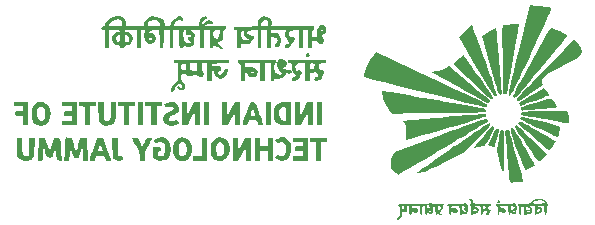
<source format=gbo>
%TF.GenerationSoftware,KiCad,Pcbnew,6.0.4-6f826c9f35~116~ubuntu18.04.1*%
%TF.CreationDate,2022-03-30T21:42:36+05:30*%
%TF.ProjectId,dg Monitor,6467204d-6f6e-4697-946f-722e6b696361,rev?*%
%TF.SameCoordinates,Original*%
%TF.FileFunction,Legend,Bot*%
%TF.FilePolarity,Positive*%
%FSLAX46Y46*%
G04 Gerber Fmt 4.6, Leading zero omitted, Abs format (unit mm)*
G04 Created by KiCad (PCBNEW 6.0.4-6f826c9f35~116~ubuntu18.04.1) date 2022-03-30 21:42:36*
%MOMM*%
%LPD*%
G01*
G04 APERTURE LIST*
G04 APERTURE END LIST*
%TO.C,G\u002A\u002A\u002A*%
G36*
X129421583Y-94999520D02*
G01*
X129197611Y-95047942D01*
X129179331Y-95047690D01*
X128960354Y-94998238D01*
X128811395Y-94876096D01*
X128756417Y-94700154D01*
X128742586Y-94628965D01*
X129078017Y-94628965D01*
X129091903Y-94659315D01*
X129176106Y-94724119D01*
X129267645Y-94700717D01*
X129298625Y-94661035D01*
X129292435Y-94585686D01*
X129181800Y-94555933D01*
X129108331Y-94570936D01*
X129078017Y-94628965D01*
X128742586Y-94628965D01*
X128738678Y-94608852D01*
X128664165Y-94555933D01*
X128643228Y-94558860D01*
X128600078Y-94606832D01*
X128578072Y-94731460D01*
X128571913Y-94955691D01*
X128571913Y-95355448D01*
X128202906Y-95355448D01*
X128202906Y-94617434D01*
X128202469Y-94400162D01*
X128198571Y-94158339D01*
X128187763Y-94005737D01*
X128166647Y-93921972D01*
X128131826Y-93886660D01*
X128079903Y-93879419D01*
X127985729Y-93846234D01*
X127956901Y-93725666D01*
X127956901Y-93571913D01*
X131216465Y-93571913D01*
X131216465Y-93725666D01*
X131198409Y-93825956D01*
X131124213Y-93879419D01*
X131094767Y-93891806D01*
X131049844Y-93988993D01*
X131030114Y-94151701D01*
X131035648Y-94342457D01*
X131066513Y-94523788D01*
X131122778Y-94658223D01*
X131163100Y-94705925D01*
X131315437Y-94805197D01*
X131484938Y-94840161D01*
X131622106Y-94797055D01*
X131682658Y-94732923D01*
X131700187Y-94650838D01*
X131620687Y-94617434D01*
X131513545Y-94582924D01*
X131400183Y-94455623D01*
X131321143Y-94265488D01*
X131284801Y-94045421D01*
X131291603Y-93945170D01*
X131618849Y-93945170D01*
X131634953Y-93968762D01*
X131688207Y-93995399D01*
X131708475Y-93906540D01*
X131699454Y-93862651D01*
X131645970Y-93849289D01*
X131626562Y-93866182D01*
X131618849Y-93945170D01*
X131291603Y-93945170D01*
X131299530Y-93828324D01*
X131373705Y-93647099D01*
X131390780Y-93625104D01*
X131536939Y-93533797D01*
X131716584Y-93523980D01*
X131891820Y-93583878D01*
X132024751Y-93701721D01*
X132077482Y-93865735D01*
X132072398Y-93906540D01*
X132070213Y-93924072D01*
X132005307Y-94072935D01*
X131901485Y-94196720D01*
X131793610Y-94248427D01*
X131752321Y-94255779D01*
X131735485Y-94303876D01*
X131789871Y-94333171D01*
X131937428Y-94370863D01*
X132138873Y-94402167D01*
X132321559Y-94426495D01*
X132444074Y-94458771D01*
X132496747Y-94509291D01*
X132507990Y-94592722D01*
X132503954Y-94653191D01*
X132455738Y-94723507D01*
X132323487Y-94740436D01*
X132310751Y-94740343D01*
X132177670Y-94714195D01*
X132136576Y-94632809D01*
X132133038Y-94612769D01*
X132099218Y-94630812D01*
X132041769Y-94740436D01*
X132033934Y-94758015D01*
X131930513Y-94932184D01*
X131813547Y-95061950D01*
X131777792Y-95085499D01*
X131621585Y-95142571D01*
X131439404Y-95167964D01*
X131278398Y-95158110D01*
X131185714Y-95109444D01*
X131123061Y-95050496D01*
X131059039Y-95078976D01*
X131031961Y-95201695D01*
X131031312Y-95230030D01*
X130995246Y-95330047D01*
X130878208Y-95355448D01*
X130724455Y-95355448D01*
X130724455Y-93879419D01*
X130232446Y-93879419D01*
X130232446Y-95355448D01*
X129863438Y-95355448D01*
X129863438Y-93879419D01*
X128571913Y-93879419D01*
X128571913Y-94033172D01*
X128579826Y-94118684D01*
X128623118Y-94164893D01*
X128730985Y-94183492D01*
X128932626Y-94186925D01*
X129152852Y-94201561D01*
X129409067Y-94279836D01*
X129564871Y-94424072D01*
X129617434Y-94632430D01*
X129617363Y-94642026D01*
X129612803Y-94661035D01*
X129564855Y-94860895D01*
X129421583Y-94999520D01*
G37*
G36*
X153638788Y-106482817D02*
G01*
X153502078Y-106575882D01*
X153358923Y-106592879D01*
X153279049Y-106586334D01*
X153233898Y-106646678D01*
X153227915Y-106683785D01*
X153172397Y-106733172D01*
X153142605Y-106685334D01*
X153119586Y-106542312D01*
X153110896Y-106333415D01*
X153110896Y-106245487D01*
X153266833Y-106245487D01*
X153303464Y-106343131D01*
X153406084Y-106421188D01*
X153500404Y-106384666D01*
X153538078Y-106322135D01*
X153522388Y-106224494D01*
X153428652Y-106179661D01*
X153340647Y-106188970D01*
X153266833Y-106245487D01*
X153110896Y-106245487D01*
X153110896Y-105933657D01*
X152881957Y-105933657D01*
X152841662Y-105933739D01*
X152722119Y-105939663D01*
X152706628Y-105964681D01*
X152779583Y-106022306D01*
X152803683Y-106040460D01*
X152876933Y-106147580D01*
X152877792Y-106314436D01*
X152874390Y-106337558D01*
X152847540Y-106430791D01*
X152815094Y-106543455D01*
X152709894Y-106645311D01*
X152545508Y-106656809D01*
X152425118Y-106653632D01*
X152372881Y-106682323D01*
X152362552Y-106705632D01*
X152280630Y-106733172D01*
X152259693Y-106730245D01*
X152216543Y-106682273D01*
X152194537Y-106557645D01*
X152188378Y-106333415D01*
X152185793Y-106172088D01*
X152376035Y-106172088D01*
X152398669Y-106314941D01*
X152446683Y-106413366D01*
X152539069Y-106472074D01*
X152636636Y-106482110D01*
X152680388Y-106430791D01*
X152674462Y-106406380D01*
X152603511Y-106338540D01*
X152558283Y-106307178D01*
X152603511Y-106266788D01*
X152660227Y-106224632D01*
X152670783Y-106152915D01*
X152588136Y-106118160D01*
X152545114Y-106107445D01*
X152495884Y-106025908D01*
X152488945Y-105983470D01*
X152434383Y-105933657D01*
X152411801Y-105944100D01*
X152380004Y-106032558D01*
X152376035Y-106172088D01*
X152185793Y-106172088D01*
X152185076Y-106127328D01*
X152169055Y-106001613D01*
X152131942Y-105946116D01*
X152065375Y-105933657D01*
X152000660Y-105945113D01*
X151962804Y-105998391D01*
X151946112Y-106120524D01*
X151942373Y-106338540D01*
X151942319Y-106364256D01*
X151934012Y-106582926D01*
X151909427Y-106695805D01*
X151865497Y-106718041D01*
X151834401Y-106685523D01*
X151793634Y-106544912D01*
X151770310Y-106313158D01*
X151754873Y-106135449D01*
X151726652Y-105989628D01*
X151693433Y-105933657D01*
X151666519Y-105923272D01*
X151634867Y-105841405D01*
X151635159Y-105834701D01*
X151662752Y-105792019D01*
X151750140Y-105765869D01*
X151918342Y-105752748D01*
X152188378Y-105749153D01*
X152237244Y-105749082D01*
X152489822Y-105744341D01*
X152643991Y-105729625D01*
X152720947Y-105701366D01*
X152734375Y-105672276D01*
X152941499Y-105672276D01*
X152941900Y-105693892D01*
X153001056Y-105726291D01*
X153151800Y-105743862D01*
X153409647Y-105749153D01*
X153511578Y-105748378D01*
X153766978Y-105734318D01*
X153908986Y-105700629D01*
X153944133Y-105644734D01*
X153878950Y-105564059D01*
X153828810Y-105530373D01*
X153644705Y-105471705D01*
X153425278Y-105461022D01*
X153209172Y-105493864D01*
X153035032Y-105565769D01*
X152941499Y-105672276D01*
X152734375Y-105672276D01*
X152741889Y-105655997D01*
X152745943Y-105627082D01*
X152828494Y-105516034D01*
X152992837Y-105417135D01*
X153206454Y-105346157D01*
X153436832Y-105318874D01*
X153713565Y-105344693D01*
X153936867Y-105423407D01*
X154071732Y-105545923D01*
X154090894Y-105644734D01*
X154102198Y-105703027D01*
X154102325Y-105714499D01*
X154156417Y-105749153D01*
X154184709Y-105759561D01*
X154217918Y-105841405D01*
X154210979Y-105883843D01*
X154156417Y-105933657D01*
X154129369Y-105970111D01*
X154104489Y-106100069D01*
X154094915Y-106292414D01*
X154090940Y-106450035D01*
X154076053Y-106612853D01*
X154053915Y-106692172D01*
X154002826Y-106729329D01*
X153949134Y-106704488D01*
X153919505Y-106575454D01*
X153910412Y-106333415D01*
X153910412Y-105933657D01*
X153556780Y-105939952D01*
X153394063Y-105943996D01*
X153299464Y-105952291D01*
X153308623Y-105968059D01*
X153410977Y-105995312D01*
X153527547Y-106031907D01*
X153676344Y-106141362D01*
X153724966Y-106308507D01*
X153723188Y-106322135D01*
X153719242Y-106352382D01*
X153638788Y-106482817D01*
G37*
G36*
X150638313Y-106447962D02*
G01*
X150525085Y-106536073D01*
X150386300Y-106528300D01*
X150267568Y-106425666D01*
X150240470Y-106384814D01*
X150194412Y-106341663D01*
X150415721Y-106341663D01*
X150466344Y-106364165D01*
X150498903Y-106359727D01*
X150507345Y-106323164D01*
X150498331Y-106315804D01*
X150425343Y-106323164D01*
X150415721Y-106341663D01*
X150194412Y-106341663D01*
X150161041Y-106310399D01*
X150113285Y-106354791D01*
X150097337Y-106517918D01*
X150096806Y-106546167D01*
X150076486Y-106679108D01*
X150035835Y-106733172D01*
X150006043Y-106685334D01*
X149983024Y-106542312D01*
X149974334Y-106333415D01*
X149973659Y-106242689D01*
X149962588Y-106055707D01*
X149933828Y-105960345D01*
X149882082Y-105933657D01*
X149839060Y-105922941D01*
X149789831Y-105841405D01*
X149795000Y-105816984D01*
X149840428Y-105783060D01*
X149949225Y-105762335D01*
X150141240Y-105751976D01*
X150436320Y-105749153D01*
X151082810Y-105749153D01*
X151045161Y-105984594D01*
X151040074Y-106024103D01*
X151059342Y-106229691D01*
X151151395Y-106372297D01*
X151301003Y-106425666D01*
X151375435Y-106400562D01*
X151373216Y-106330089D01*
X151281235Y-106247771D01*
X151228525Y-106214804D01*
X151213487Y-106167779D01*
X151296610Y-106095508D01*
X151419613Y-106004251D01*
X151296610Y-106015080D01*
X151289859Y-106015605D01*
X151198870Y-105988765D01*
X151173608Y-105872998D01*
X151174147Y-105856321D01*
X151180675Y-105841405D01*
X151265860Y-105841405D01*
X151296610Y-105872155D01*
X151327361Y-105841405D01*
X151296610Y-105810654D01*
X151265860Y-105841405D01*
X151180675Y-105841405D01*
X151228291Y-105732598D01*
X151343522Y-105691382D01*
X151480478Y-105748626D01*
X151525669Y-105841405D01*
X151528327Y-105846863D01*
X151555671Y-106022075D01*
X151559929Y-106226098D01*
X151540199Y-106412111D01*
X151495581Y-106533293D01*
X151382316Y-106598074D01*
X151225532Y-106600473D01*
X151093656Y-106536369D01*
X151081429Y-106524687D01*
X151032814Y-106509839D01*
X151019855Y-106602995D01*
X151004180Y-106688837D01*
X150942978Y-106718041D01*
X150911883Y-106685523D01*
X150871115Y-106544912D01*
X150847792Y-106313158D01*
X150829482Y-105933657D01*
X150458284Y-105933657D01*
X150252698Y-105940449D01*
X150135592Y-105964976D01*
X150112323Y-106010533D01*
X150115580Y-106017764D01*
X150199414Y-106073281D01*
X150348078Y-106106227D01*
X150406190Y-106113783D01*
X150583127Y-106180165D01*
X150668259Y-106292561D01*
X150663513Y-106323164D01*
X150646301Y-106434162D01*
X150638313Y-106447962D01*
G37*
G36*
X150316945Y-99476036D02*
G01*
X150388696Y-99488988D01*
X150433648Y-99544702D01*
X150462954Y-99669864D01*
X150487764Y-99891163D01*
X150491481Y-99936673D01*
X150502822Y-100155871D01*
X150512641Y-100465172D01*
X150520383Y-100839428D01*
X150525491Y-101253495D01*
X150527408Y-101682228D01*
X150527383Y-101863973D01*
X150526170Y-102266985D01*
X150522487Y-102565873D01*
X150515321Y-102774346D01*
X150503657Y-102906111D01*
X150486481Y-102974875D01*
X150462779Y-102994347D01*
X150431538Y-102978233D01*
X150324160Y-102858689D01*
X150227978Y-102666626D01*
X150147622Y-102391684D01*
X150075689Y-102013803D01*
X150056560Y-101899836D01*
X150009250Y-101650874D01*
X149964340Y-101453804D01*
X149929448Y-101343546D01*
X149915733Y-101278811D01*
X149920702Y-101085607D01*
X149957505Y-100777435D01*
X150026326Y-100352422D01*
X150032309Y-100318337D01*
X150092309Y-99984879D01*
X150139107Y-99752998D01*
X150178704Y-99604433D01*
X150217100Y-99520924D01*
X150260295Y-99484210D01*
X150314289Y-99476030D01*
X150316945Y-99476036D01*
G37*
G36*
X130724455Y-99107022D02*
G01*
X130293947Y-99107022D01*
X130293947Y-97138984D01*
X130724455Y-97138984D01*
X130724455Y-99107022D01*
G37*
G36*
X133861017Y-102120582D02*
G01*
X132630993Y-102120582D01*
X132630993Y-101751574D01*
X133430509Y-101751574D01*
X133430509Y-101259565D01*
X133092252Y-101259565D01*
X133087079Y-101259564D01*
X132895942Y-101256276D01*
X132796899Y-101235439D01*
X132759675Y-101180539D01*
X132753995Y-101075061D01*
X132753996Y-101072240D01*
X132760024Y-100967983D01*
X132798225Y-100913959D01*
X132898876Y-100893656D01*
X133092252Y-100890557D01*
X133097425Y-100890557D01*
X133288562Y-100887269D01*
X133387605Y-100866432D01*
X133424829Y-100811531D01*
X133430509Y-100706054D01*
X133430509Y-100521550D01*
X132630993Y-100521550D01*
X132630993Y-100152543D01*
X133861017Y-100152543D01*
X133861017Y-102120582D01*
G37*
G36*
X149821716Y-90886499D02*
G01*
X149836452Y-90994231D01*
X149859196Y-91204063D01*
X149888664Y-91501029D01*
X149923571Y-91870164D01*
X149962634Y-92296502D01*
X150004569Y-92765076D01*
X150048092Y-93260921D01*
X150091919Y-93769071D01*
X150134767Y-94274561D01*
X150175351Y-94762424D01*
X150212389Y-95217695D01*
X150244595Y-95625408D01*
X150270687Y-95970597D01*
X150289380Y-96238296D01*
X150299391Y-96413540D01*
X150299435Y-96481362D01*
X150258875Y-96506644D01*
X150143928Y-96512113D01*
X150120305Y-96503693D01*
X150084101Y-96469033D01*
X150042647Y-96398557D01*
X149992486Y-96281925D01*
X149930160Y-96108802D01*
X149852212Y-95868849D01*
X149755184Y-95551728D01*
X149635618Y-95147102D01*
X149490057Y-94644634D01*
X149315042Y-94033985D01*
X148612461Y-91574749D01*
X148786013Y-91435653D01*
X148860381Y-91381901D01*
X149023698Y-91278662D01*
X149223280Y-91162499D01*
X149430841Y-91048757D01*
X149618096Y-90952781D01*
X149756759Y-90889916D01*
X149818545Y-90875506D01*
X149821716Y-90886499D01*
G37*
G36*
X153203148Y-88985187D02*
G01*
X153606103Y-89022760D01*
X154013971Y-89075232D01*
X154300557Y-89132544D01*
X154465316Y-89194582D01*
X154507701Y-89261229D01*
X154503391Y-89272784D01*
X154457326Y-89378580D01*
X154365131Y-89583103D01*
X154231228Y-89876747D01*
X154060037Y-90249909D01*
X153855981Y-90692981D01*
X153623480Y-91196360D01*
X153366956Y-91750439D01*
X153090830Y-92345613D01*
X152799523Y-92972276D01*
X152649261Y-93295091D01*
X152322746Y-93995138D01*
X152042126Y-94593618D01*
X151803501Y-95097717D01*
X151602970Y-95514619D01*
X151436631Y-95851507D01*
X151300584Y-96115566D01*
X151190929Y-96313982D01*
X151103764Y-96453937D01*
X151035188Y-96542618D01*
X150981301Y-96587207D01*
X150938201Y-96594890D01*
X150901988Y-96572851D01*
X150868762Y-96528275D01*
X150868092Y-96523352D01*
X150882552Y-96430945D01*
X150924171Y-96231730D01*
X150990526Y-95935962D01*
X151079190Y-95553895D01*
X151187738Y-95095783D01*
X151313746Y-94571880D01*
X151454789Y-93992441D01*
X151608440Y-93367720D01*
X151772275Y-92707971D01*
X152711138Y-88944865D01*
X153203148Y-88985187D01*
G37*
G36*
X115964165Y-97323487D02*
G01*
X115963777Y-97363106D01*
X115946022Y-97461222D01*
X115875900Y-97500705D01*
X115718160Y-97507991D01*
X115472155Y-97507991D01*
X115472155Y-99107022D01*
X115045322Y-99107022D01*
X115028109Y-98322882D01*
X115010896Y-97538741D01*
X114749516Y-97519830D01*
X114684241Y-97514627D01*
X114552528Y-97490675D01*
X114498542Y-97434488D01*
X114488136Y-97319951D01*
X114488136Y-97138984D01*
X115964165Y-97138984D01*
X115964165Y-97323487D01*
G37*
G36*
X131847201Y-100142984D02*
G01*
X132098838Y-100246116D01*
X132298636Y-100443044D01*
X132410710Y-100668465D01*
X132477984Y-100980723D01*
X132472330Y-101304232D01*
X132398232Y-101608673D01*
X132260173Y-101863728D01*
X132062637Y-102039078D01*
X131966723Y-102080193D01*
X131716494Y-102118493D01*
X131459382Y-102087350D01*
X131251756Y-101990163D01*
X131085956Y-101859744D01*
X131220367Y-101716670D01*
X131299561Y-101639506D01*
X131372637Y-101612733D01*
X131447107Y-101665924D01*
X131491009Y-101700827D01*
X131651516Y-101741988D01*
X131816252Y-101694143D01*
X131936773Y-101567071D01*
X131950912Y-101534919D01*
X131996668Y-101339217D01*
X132012964Y-101099189D01*
X131998772Y-100869152D01*
X131953070Y-100703420D01*
X131862913Y-100583098D01*
X131701095Y-100506212D01*
X131514373Y-100546516D01*
X131458189Y-100573393D01*
X131345638Y-100589557D01*
X131229522Y-100519756D01*
X131154345Y-100453719D01*
X131136304Y-100392270D01*
X131207425Y-100314477D01*
X131316309Y-100233170D01*
X131575700Y-100137412D01*
X131847201Y-100142984D01*
G37*
G36*
X149279230Y-98943989D02*
G01*
X149307305Y-98961852D01*
X149318686Y-98972767D01*
X149341949Y-99009068D01*
X149340118Y-99057331D01*
X149304539Y-99128455D01*
X149226557Y-99233340D01*
X149097518Y-99382887D01*
X148908769Y-99587994D01*
X148651656Y-99859563D01*
X148317524Y-100208491D01*
X147217085Y-101354986D01*
X145689778Y-102126728D01*
X145284177Y-102329295D01*
X144875915Y-102528504D01*
X144500533Y-102707094D01*
X144177136Y-102856114D01*
X143924827Y-102966614D01*
X143762712Y-103029641D01*
X143552383Y-103092836D01*
X143346974Y-103143174D01*
X143210892Y-103163457D01*
X143058830Y-103166102D01*
X143210892Y-103059737D01*
X143264300Y-103022319D01*
X143414640Y-102916923D01*
X143648688Y-102752812D01*
X143956960Y-102536637D01*
X144329975Y-102275046D01*
X144758248Y-101974691D01*
X145232299Y-101642222D01*
X145742644Y-101284288D01*
X146279800Y-100907539D01*
X146515277Y-100742411D01*
X147097066Y-100334906D01*
X147589101Y-99991403D01*
X147999266Y-99706834D01*
X148335443Y-99476135D01*
X148605516Y-99294237D01*
X148817369Y-99156076D01*
X148978884Y-99056584D01*
X149097944Y-98990696D01*
X149182433Y-98953345D01*
X149240234Y-98939465D01*
X149279230Y-98943989D01*
G37*
G36*
X135060291Y-97169734D02*
G01*
X135094165Y-99107022D01*
X134660533Y-99107022D01*
X134660533Y-97131190D01*
X135060291Y-97169734D01*
G37*
G36*
X154684311Y-90927187D02*
G01*
X154731571Y-90942788D01*
X154986548Y-91037429D01*
X155246433Y-91148218D01*
X155487256Y-91263164D01*
X155685048Y-91370279D01*
X155815839Y-91457574D01*
X155855658Y-91513060D01*
X155836028Y-91541354D01*
X155745029Y-91657161D01*
X155586777Y-91852702D01*
X155368504Y-92119211D01*
X155097446Y-92447925D01*
X154780837Y-92830078D01*
X154425911Y-93256906D01*
X154039902Y-93719644D01*
X153630044Y-94209528D01*
X153609371Y-94234201D01*
X153133929Y-94800871D01*
X152730505Y-95279771D01*
X152392999Y-95677668D01*
X152115310Y-96001330D01*
X151891339Y-96257526D01*
X151714985Y-96453022D01*
X151580148Y-96594586D01*
X151480728Y-96688987D01*
X151410625Y-96742992D01*
X151363739Y-96763368D01*
X151333969Y-96756883D01*
X151274335Y-96712092D01*
X151213052Y-96667945D01*
X151218888Y-96652280D01*
X151272203Y-96546773D01*
X151375288Y-96352214D01*
X151521480Y-96080681D01*
X151704114Y-95744253D01*
X151916525Y-95355006D01*
X152152050Y-94925018D01*
X152404024Y-94466367D01*
X152665783Y-93991131D01*
X152930663Y-93511387D01*
X153191999Y-93039213D01*
X153443127Y-92586687D01*
X153677383Y-92165886D01*
X153888103Y-91788889D01*
X154068621Y-91467772D01*
X154212275Y-91214614D01*
X154312400Y-91041492D01*
X154362331Y-90960484D01*
X154367812Y-90953079D01*
X154433902Y-90890621D01*
X154524477Y-90883534D01*
X154684311Y-90927187D01*
G37*
G36*
X134009020Y-93047172D02*
G01*
X134046213Y-93170740D01*
X134004520Y-93284908D01*
X133910766Y-93325083D01*
X133781596Y-93306080D01*
X133696924Y-93228888D01*
X133689328Y-93199614D01*
X133720344Y-93081306D01*
X133819172Y-92998108D01*
X133942350Y-92991972D01*
X134009020Y-93047172D01*
G37*
G36*
X135410422Y-91241410D02*
G01*
X135305854Y-91369054D01*
X135143011Y-91419371D01*
X135120028Y-91420567D01*
X135040385Y-91468819D01*
X135051514Y-91569142D01*
X135152543Y-91696126D01*
X135236643Y-91799124D01*
X135267404Y-91964167D01*
X135178900Y-92122242D01*
X135065740Y-92197134D01*
X134895324Y-92202994D01*
X134738515Y-92095884D01*
X134635690Y-92018213D01*
X134431611Y-91972882D01*
X134324950Y-91976402D01*
X134258334Y-92007659D01*
X134233632Y-92098402D01*
X134230024Y-92280388D01*
X134228568Y-92403797D01*
X134213045Y-92527044D01*
X134167522Y-92577924D01*
X134076271Y-92587894D01*
X133922518Y-92587894D01*
X133922518Y-91050364D01*
X133430509Y-91050364D01*
X133430509Y-92587894D01*
X133123003Y-92587894D01*
X133123003Y-91050364D01*
X132789139Y-91050364D01*
X132680202Y-91053715D01*
X132442807Y-91101218D01*
X132305928Y-91208635D01*
X132261986Y-91380713D01*
X132279466Y-91493906D01*
X132383682Y-91621366D01*
X132575212Y-91665376D01*
X132643838Y-91673671D01*
X132757159Y-91739477D01*
X132797196Y-91840898D01*
X132741967Y-91941532D01*
X132658942Y-92037954D01*
X132569492Y-92183184D01*
X132478771Y-92319432D01*
X132330014Y-92465735D01*
X132176272Y-92556830D01*
X132051534Y-92567496D01*
X131974115Y-92493089D01*
X131951739Y-92374996D01*
X131986301Y-92266474D01*
X132074426Y-92218887D01*
X132171493Y-92203911D01*
X132251636Y-92125722D01*
X132235786Y-91998334D01*
X132121441Y-91841799D01*
X132074061Y-91793032D01*
X131988344Y-91677119D01*
X131958915Y-91549310D01*
X131968649Y-91355047D01*
X131997925Y-91050364D01*
X131361190Y-91050364D01*
X131294224Y-91050405D01*
X131030721Y-91052857D01*
X130863888Y-91062150D01*
X130771829Y-91082512D01*
X130732650Y-91118175D01*
X130724455Y-91173366D01*
X130739386Y-91245978D01*
X130811948Y-91286405D01*
X130974503Y-91296369D01*
X131237164Y-91324795D01*
X131420807Y-91421496D01*
X131554085Y-91602644D01*
X131602413Y-91714007D01*
X131640364Y-91996712D01*
X131555396Y-92279084D01*
X131495455Y-92370320D01*
X131369178Y-92478081D01*
X131242247Y-92511538D01*
X131148227Y-92456098D01*
X131109139Y-92373643D01*
X131100925Y-92264774D01*
X131156282Y-92218887D01*
X131219795Y-92190768D01*
X131285652Y-92080813D01*
X131311301Y-91932915D01*
X131282130Y-91796158D01*
X131255189Y-91754288D01*
X131150813Y-91684806D01*
X130968296Y-91665376D01*
X130724455Y-91665376D01*
X130724455Y-92126635D01*
X130723890Y-92288645D01*
X130716865Y-92458430D01*
X130694750Y-92547627D01*
X130648908Y-92582145D01*
X130570702Y-92587894D01*
X130416949Y-92587894D01*
X130416949Y-91050364D01*
X129924940Y-91050364D01*
X129924940Y-92587894D01*
X129617434Y-92587894D01*
X129617434Y-91050364D01*
X129260727Y-91050364D01*
X129129983Y-91053881D01*
X128912910Y-91090291D01*
X128793156Y-91172077D01*
X128756417Y-91306505D01*
X128808728Y-91423656D01*
X128953035Y-91509704D01*
X129158799Y-91542373D01*
X129244626Y-91547159D01*
X129298639Y-91590571D01*
X129283069Y-91711502D01*
X129250143Y-91819084D01*
X129247790Y-91826773D01*
X129106335Y-92064045D01*
X128906725Y-92212828D01*
X128669423Y-92261631D01*
X128414894Y-92198964D01*
X128202906Y-92097874D01*
X128202906Y-92342884D01*
X128202860Y-92362493D01*
X128192351Y-92510803D01*
X128148360Y-92574393D01*
X128049153Y-92587894D01*
X127895400Y-92587894D01*
X127895400Y-91400227D01*
X128211377Y-91400227D01*
X128246678Y-91586876D01*
X128327424Y-91745586D01*
X128470287Y-91871590D01*
X128664999Y-91911381D01*
X128679845Y-91911225D01*
X128828206Y-91891836D01*
X128910170Y-91849879D01*
X128916694Y-91819084D01*
X128855728Y-91788378D01*
X128844941Y-91787554D01*
X128731252Y-91740223D01*
X128593681Y-91642499D01*
X128557523Y-91609807D01*
X128454027Y-91462658D01*
X128430506Y-91270136D01*
X128429618Y-91166964D01*
X128403288Y-91075692D01*
X128335291Y-91062914D01*
X128275305Y-91099263D01*
X128221069Y-91224677D01*
X128211377Y-91400227D01*
X127895400Y-91400227D01*
X127895400Y-91050364D01*
X127737369Y-91050364D01*
X127695003Y-91049123D01*
X127607241Y-91015347D01*
X127598991Y-90911986D01*
X127608165Y-90866327D01*
X127633656Y-90827481D01*
X127692325Y-90800515D01*
X127802136Y-90782692D01*
X127981051Y-90771274D01*
X128247031Y-90763526D01*
X128618039Y-90756709D01*
X129617434Y-90739811D01*
X129617434Y-90578572D01*
X129924940Y-90578572D01*
X129925171Y-90602999D01*
X129942874Y-90696100D01*
X130013703Y-90735019D01*
X130172467Y-90742858D01*
X130318187Y-90734542D01*
X130419909Y-90689545D01*
X130479981Y-90585078D01*
X130492101Y-90548494D01*
X130497997Y-90370170D01*
X130418541Y-90239853D01*
X130270564Y-90189347D01*
X130100242Y-90243260D01*
X129973937Y-90384648D01*
X129924940Y-90578572D01*
X129617434Y-90578572D01*
X129617434Y-90500060D01*
X129620810Y-90418784D01*
X129672084Y-90240300D01*
X129806668Y-90071075D01*
X129957216Y-89953090D01*
X130199905Y-89873718D01*
X130445459Y-89912447D01*
X130675385Y-90069313D01*
X130791305Y-90201951D01*
X130838616Y-90328049D01*
X130836567Y-90370170D01*
X130830259Y-90499822D01*
X130797661Y-90742858D01*
X134414528Y-90742858D01*
X134414528Y-90896611D01*
X134396472Y-90996900D01*
X134322276Y-91050364D01*
X134283149Y-91061617D01*
X134242097Y-91144706D01*
X134230024Y-91327119D01*
X134231352Y-91450276D01*
X134250387Y-91557925D01*
X134313017Y-91597966D01*
X134445279Y-91603875D01*
X134660533Y-91603875D01*
X134660533Y-91262822D01*
X134660584Y-91242224D01*
X134672189Y-91050364D01*
X135029540Y-91050364D01*
X135031327Y-91065064D01*
X135091041Y-91111865D01*
X135105742Y-91110078D01*
X135152543Y-91050364D01*
X135150755Y-91035663D01*
X135091041Y-90988862D01*
X135076341Y-90990650D01*
X135029540Y-91050364D01*
X134672189Y-91050364D01*
X134673446Y-91029576D01*
X134718939Y-90888112D01*
X134811490Y-90770813D01*
X134840800Y-90742317D01*
X134988677Y-90639730D01*
X135127967Y-90642031D01*
X135298002Y-90747321D01*
X135412488Y-90893976D01*
X135444367Y-91050364D01*
X135448655Y-91071397D01*
X135410422Y-91241410D01*
G37*
G36*
X147841726Y-90807574D02*
G01*
X147877367Y-90901138D01*
X147951349Y-91100118D01*
X148058450Y-91390453D01*
X148194131Y-91759765D01*
X148353850Y-92195681D01*
X148533070Y-92685823D01*
X148727249Y-93217817D01*
X148931848Y-93779285D01*
X149037009Y-94068204D01*
X149251192Y-94657880D01*
X149427477Y-95146298D01*
X149568964Y-95543387D01*
X149678757Y-95859078D01*
X149759957Y-96103302D01*
X149815667Y-96285989D01*
X149848987Y-96417071D01*
X149863021Y-96506476D01*
X149860869Y-96564137D01*
X149845635Y-96599984D01*
X149820419Y-96623947D01*
X149737473Y-96667247D01*
X149663512Y-96662580D01*
X149629340Y-96609571D01*
X149537568Y-96460388D01*
X149395040Y-96226050D01*
X149208156Y-95917153D01*
X148983316Y-95544294D01*
X148726918Y-95118073D01*
X148445363Y-94649085D01*
X148145048Y-94147929D01*
X146667261Y-91679635D01*
X147211833Y-91137585D01*
X147756406Y-90595536D01*
X147841726Y-90807574D01*
G37*
G36*
X116579177Y-97873511D02*
G01*
X116579575Y-98068497D01*
X116583730Y-98320900D01*
X116595587Y-98487250D01*
X116618996Y-98590926D01*
X116657805Y-98655308D01*
X116715864Y-98703777D01*
X116725449Y-98710465D01*
X116857239Y-98785684D01*
X116954183Y-98775771D01*
X117071187Y-98676514D01*
X117076298Y-98671338D01*
X117128525Y-98603605D01*
X117162758Y-98512001D01*
X117182666Y-98371755D01*
X117191920Y-98158094D01*
X117194189Y-97846247D01*
X117194189Y-97138984D01*
X117624697Y-97138984D01*
X117624468Y-97892373D01*
X117621311Y-98146828D01*
X117599246Y-98490962D01*
X117550613Y-98741027D01*
X117468998Y-98914529D01*
X117347985Y-99028974D01*
X117181156Y-99101866D01*
X117115132Y-99119280D01*
X116825117Y-99141031D01*
X116557001Y-99081613D01*
X116341023Y-98951595D01*
X116207425Y-98761545D01*
X116185920Y-98653782D01*
X116166591Y-98446682D01*
X116153491Y-98176089D01*
X116148668Y-97872994D01*
X116148668Y-97138984D01*
X116579177Y-97138984D01*
X116579177Y-97873511D01*
G37*
G36*
X111814426Y-100736804D02*
G01*
X111864656Y-100901765D01*
X111935999Y-101117889D01*
X111992152Y-101266066D01*
X112024061Y-101321066D01*
X112039300Y-101301073D01*
X112084658Y-101187504D01*
X112147091Y-100995950D01*
X112217824Y-100752180D01*
X112374491Y-100183293D01*
X112626611Y-100164635D01*
X112689006Y-100160010D01*
X112781090Y-100159773D01*
X112847538Y-100184184D01*
X112893747Y-100249605D01*
X112925113Y-100372397D01*
X112947032Y-100568923D01*
X112964901Y-100855543D01*
X112984115Y-101248619D01*
X113026395Y-102129441D01*
X112612349Y-102089831D01*
X112594666Y-101520945D01*
X112589061Y-101383709D01*
X112573297Y-101161949D01*
X112553196Y-101009043D01*
X112531751Y-100952059D01*
X112527139Y-100953896D01*
X112486316Y-101026726D01*
X112428406Y-101184477D01*
X112364371Y-101397942D01*
X112315638Y-101572812D01*
X112263119Y-101728883D01*
X112210481Y-101809408D01*
X112138964Y-101839388D01*
X112029809Y-101843826D01*
X111925519Y-101839737D01*
X111853669Y-101811876D01*
X111797367Y-101736859D01*
X111739102Y-101591300D01*
X111661362Y-101351816D01*
X111505327Y-100859807D01*
X111474576Y-101474819D01*
X111443826Y-102089831D01*
X111243947Y-102109103D01*
X111190546Y-102113832D01*
X111089335Y-102106751D01*
X111050426Y-102042480D01*
X111044068Y-101888129D01*
X111046817Y-101749900D01*
X111055362Y-101511538D01*
X111068318Y-101216714D01*
X111084270Y-100900213D01*
X111124472Y-100152543D01*
X111641889Y-100152543D01*
X111814426Y-100736804D01*
G37*
G36*
X124059020Y-101334854D02*
G01*
X123990455Y-101653528D01*
X123855526Y-101884036D01*
X123645887Y-102042798D01*
X123607002Y-102060659D01*
X123357440Y-102113999D01*
X123083120Y-102098281D01*
X122847408Y-102015657D01*
X122804767Y-101987992D01*
X122616967Y-101781246D01*
X122501124Y-101483661D01*
X122464773Y-101135101D01*
X122927635Y-101135101D01*
X122940807Y-101390635D01*
X122989534Y-101567071D01*
X123021986Y-101617354D01*
X123164727Y-101721113D01*
X123333031Y-101732732D01*
X123482968Y-101645252D01*
X123563865Y-101513617D01*
X123619713Y-101292198D01*
X123623739Y-101046202D01*
X123579723Y-100811124D01*
X123491444Y-100622456D01*
X123362682Y-100515692D01*
X123216523Y-100498520D01*
X123075788Y-100580504D01*
X122978605Y-100767080D01*
X122931193Y-101050538D01*
X122927635Y-101135101D01*
X122464773Y-101135101D01*
X122461719Y-101105812D01*
X122470476Y-100921597D01*
X122548765Y-100583873D01*
X122706446Y-100337178D01*
X122941352Y-100184193D01*
X123251320Y-100127599D01*
X123512795Y-100160250D01*
X123761569Y-100292371D01*
X123941482Y-100517456D01*
X124045931Y-100826744D01*
X124058698Y-101046202D01*
X124068313Y-101211473D01*
X124059020Y-101334854D01*
G37*
G36*
X125496852Y-99107022D02*
G01*
X125066344Y-99107022D01*
X125066344Y-97138984D01*
X125496852Y-97138984D01*
X125496852Y-99107022D01*
G37*
G36*
X151994146Y-98387639D02*
G01*
X152173228Y-98425654D01*
X152438808Y-98486295D01*
X152775497Y-98565986D01*
X153167909Y-98661147D01*
X153600655Y-98768204D01*
X154007212Y-98870609D01*
X154434867Y-98981501D01*
X154761190Y-99070987D01*
X154996695Y-99142303D01*
X155151895Y-99198680D01*
X155237305Y-99243352D01*
X155263438Y-99279553D01*
X155253627Y-99355867D01*
X155217191Y-99525257D01*
X155163082Y-99733375D01*
X155109973Y-99895370D01*
X155045484Y-100035077D01*
X154993954Y-100087435D01*
X154992089Y-100087186D01*
X154912038Y-100057056D01*
X154737040Y-99981592D01*
X154482099Y-99867569D01*
X154162217Y-99721765D01*
X153792401Y-99550956D01*
X153387651Y-99361918D01*
X153098038Y-99225537D01*
X152698122Y-99034903D01*
X152392087Y-98884757D01*
X152168540Y-98768771D01*
X152016085Y-98680618D01*
X151923331Y-98613970D01*
X151878881Y-98562501D01*
X151871343Y-98519883D01*
X151887000Y-98449096D01*
X151915218Y-98376384D01*
X151916950Y-98375827D01*
X151994146Y-98387639D01*
G37*
G36*
X132012927Y-99107022D02*
G01*
X131927594Y-99105863D01*
X131569046Y-99063679D01*
X131307662Y-98953385D01*
X131133122Y-98764812D01*
X131035103Y-98487786D01*
X131011678Y-98211241D01*
X131452451Y-98211241D01*
X131489802Y-98443691D01*
X131585472Y-98615013D01*
X131703144Y-98695240D01*
X131862228Y-98738015D01*
X132015981Y-98738015D01*
X132015981Y-98123003D01*
X132015961Y-98076095D01*
X132013742Y-97812089D01*
X132004618Y-97645584D01*
X131984025Y-97554271D01*
X131947401Y-97515843D01*
X131890183Y-97507991D01*
X131883237Y-97508206D01*
X131752079Y-97555046D01*
X131613427Y-97658948D01*
X131547272Y-97748674D01*
X131472059Y-97964093D01*
X131452451Y-98211241D01*
X131011678Y-98211241D01*
X131003283Y-98112137D01*
X131003216Y-98086724D01*
X131014198Y-97836885D01*
X131053056Y-97664271D01*
X131128585Y-97527876D01*
X131134493Y-97519910D01*
X131364231Y-97306280D01*
X131670880Y-97180401D01*
X132062107Y-97139079D01*
X132446489Y-97138984D01*
X132446489Y-99107022D01*
X132012927Y-99107022D01*
G37*
G36*
X111956954Y-98769839D02*
G01*
X111768921Y-98994403D01*
X111502764Y-99126358D01*
X111286788Y-99144710D01*
X111031845Y-99103701D01*
X110817172Y-99012798D01*
X110792887Y-98995832D01*
X110626142Y-98796402D01*
X110524757Y-98497206D01*
X110490557Y-98103323D01*
X110491963Y-98085716D01*
X110929036Y-98085716D01*
X110938275Y-98324836D01*
X110996400Y-98537327D01*
X111106287Y-98689462D01*
X111111979Y-98694056D01*
X111246977Y-98782561D01*
X111350371Y-98778283D01*
X111471146Y-98679944D01*
X111479785Y-98671091D01*
X111596474Y-98486951D01*
X111651102Y-98266396D01*
X111649720Y-98035541D01*
X111598376Y-97820502D01*
X111503121Y-97647393D01*
X111370005Y-97542329D01*
X111205078Y-97531425D01*
X111165864Y-97545827D01*
X111045707Y-97662486D01*
X110965806Y-97853691D01*
X110929036Y-98085716D01*
X110491963Y-98085716D01*
X110512776Y-97825109D01*
X110613783Y-97517721D01*
X110792649Y-97301159D01*
X111045277Y-97179836D01*
X111367572Y-97158167D01*
X111479600Y-97173383D01*
X111748294Y-97278729D01*
X111938713Y-97476801D01*
X112052072Y-97769283D01*
X112089589Y-98157859D01*
X112080332Y-98266396D01*
X112064049Y-98457311D01*
X111956954Y-98769839D01*
G37*
G36*
X149939304Y-99390795D02*
G01*
X150018535Y-99417015D01*
X150084338Y-99445045D01*
X150085122Y-99448382D01*
X150072357Y-99530520D01*
X150035046Y-99704810D01*
X149978241Y-99948617D01*
X149906997Y-100239308D01*
X149831205Y-100526658D01*
X149751450Y-100787508D01*
X149687788Y-100944551D01*
X149643241Y-100989193D01*
X149631520Y-100984429D01*
X149515432Y-100942364D01*
X149351651Y-100887127D01*
X149128726Y-100814203D01*
X149470374Y-100082992D01*
X149547446Y-99919090D01*
X149668944Y-99670140D01*
X149757779Y-99509220D01*
X149825051Y-99419946D01*
X149881859Y-99385932D01*
X149939304Y-99390795D01*
G37*
G36*
X154528063Y-96884003D02*
G01*
X154578374Y-96916590D01*
X154607837Y-96947553D01*
X154698235Y-97070382D01*
X154797426Y-97230638D01*
X154885962Y-97393507D01*
X154944399Y-97524174D01*
X154953291Y-97587823D01*
X154929177Y-97593397D01*
X154800479Y-97610361D01*
X154576747Y-97634933D01*
X154275511Y-97665310D01*
X153914303Y-97699686D01*
X153510654Y-97736259D01*
X153282229Y-97756488D01*
X152895266Y-97790860D01*
X152557994Y-97820947D01*
X152288624Y-97845120D01*
X152105362Y-97861747D01*
X152026419Y-97869197D01*
X151972955Y-97835736D01*
X151927332Y-97723306D01*
X151926984Y-97721511D01*
X151916022Y-97676444D01*
X151911487Y-97639890D01*
X151925775Y-97607051D01*
X151971287Y-97573126D01*
X152060421Y-97533317D01*
X152205574Y-97482824D01*
X152419145Y-97416848D01*
X152713534Y-97330590D01*
X153101137Y-97219251D01*
X153594355Y-97078032D01*
X153910771Y-96988500D01*
X154166455Y-96920759D01*
X154341580Y-96882892D01*
X154455624Y-96871706D01*
X154528063Y-96884003D01*
G37*
G36*
X147103904Y-93213310D02*
G01*
X147201925Y-93348905D01*
X147355089Y-93563327D01*
X147555061Y-93844837D01*
X147793504Y-94181696D01*
X148062081Y-94562166D01*
X148352456Y-94974507D01*
X148358239Y-94982728D01*
X148711605Y-95487975D01*
X148995974Y-95901119D01*
X149215566Y-96228756D01*
X149374597Y-96477479D01*
X149477285Y-96653882D01*
X149527850Y-96764558D01*
X149530508Y-96816102D01*
X149494765Y-96850077D01*
X149392046Y-96892979D01*
X149385907Y-96890540D01*
X149309500Y-96830776D01*
X149160439Y-96699849D01*
X148951178Y-96509608D01*
X148694165Y-96271901D01*
X148401853Y-95998575D01*
X148086693Y-95701480D01*
X147761135Y-95392462D01*
X147437630Y-95083370D01*
X147128631Y-94786051D01*
X146846587Y-94512354D01*
X146603949Y-94274126D01*
X146413170Y-94083217D01*
X146286699Y-93951472D01*
X146236989Y-93890741D01*
X146237005Y-93882871D01*
X146287928Y-93808205D01*
X146403939Y-93687673D01*
X146559603Y-93543322D01*
X146729483Y-93397200D01*
X146888142Y-93271354D01*
X147010144Y-93187832D01*
X147070052Y-93168680D01*
X147103904Y-93213310D01*
G37*
G36*
X151216106Y-99295916D02*
G01*
X151279235Y-99374531D01*
X151389761Y-99539400D01*
X151538385Y-99774591D01*
X151715809Y-100064173D01*
X151912735Y-100392213D01*
X152119862Y-100742780D01*
X152327895Y-101099942D01*
X152527532Y-101447768D01*
X152709477Y-101770325D01*
X152864429Y-102051681D01*
X152983092Y-102275906D01*
X153056166Y-102427067D01*
X153074353Y-102489232D01*
X153011627Y-102535211D01*
X152867101Y-102624711D01*
X152680298Y-102731427D01*
X152516501Y-102816153D01*
X152365900Y-102881871D01*
X152286878Y-102900499D01*
X152280015Y-102892990D01*
X152233408Y-102798466D01*
X152152695Y-102607296D01*
X152043555Y-102333884D01*
X151911668Y-101992638D01*
X151762715Y-101597965D01*
X151602373Y-101164270D01*
X151541258Y-100997139D01*
X151373464Y-100535188D01*
X151244165Y-100171978D01*
X151149662Y-99895048D01*
X151086261Y-99691934D01*
X151050265Y-99550175D01*
X151037977Y-99457308D01*
X151045703Y-99400872D01*
X151069745Y-99368402D01*
X151130701Y-99325563D01*
X151208015Y-99291526D01*
X151216106Y-99295916D01*
G37*
G36*
X119900242Y-99107022D02*
G01*
X119469734Y-99107022D01*
X119469734Y-97138984D01*
X119900242Y-97138984D01*
X119900242Y-99107022D01*
G37*
G36*
X154097723Y-96239229D02*
G01*
X154201978Y-96391776D01*
X154280649Y-96519367D01*
X154304259Y-96576565D01*
X154302699Y-96577755D01*
X154229380Y-96609636D01*
X154060676Y-96676263D01*
X153814442Y-96770773D01*
X153508533Y-96886305D01*
X153160804Y-97015997D01*
X153128464Y-97027976D01*
X152776704Y-97156624D01*
X152461847Y-97268911D01*
X152203440Y-97358081D01*
X152021032Y-97417376D01*
X151934171Y-97440037D01*
X151867356Y-97418320D01*
X151800311Y-97318747D01*
X151793573Y-97279253D01*
X151828656Y-97177019D01*
X151962267Y-97074151D01*
X152018788Y-97040272D01*
X152187771Y-96938760D01*
X152425723Y-96795665D01*
X152709452Y-96624935D01*
X153015769Y-96440516D01*
X153873911Y-95923736D01*
X154097723Y-96239229D01*
G37*
G36*
X122569588Y-97176058D02*
G01*
X122795530Y-97318756D01*
X122888844Y-97433129D01*
X122971956Y-97656635D01*
X122942918Y-97879136D01*
X122806527Y-98081175D01*
X122567580Y-98243291D01*
X122480941Y-98282596D01*
X122327554Y-98344571D01*
X122240122Y-98369008D01*
X122191707Y-98392596D01*
X122116572Y-98487739D01*
X122086667Y-98591571D01*
X122149551Y-98702993D01*
X122198351Y-98748151D01*
X122284671Y-98791293D01*
X122397233Y-98778405D01*
X122578021Y-98710193D01*
X122617625Y-98693807D01*
X122743471Y-98653664D01*
X122818273Y-98676909D01*
X122891883Y-98773614D01*
X122950852Y-98875592D01*
X122951833Y-98949315D01*
X122869856Y-99008629D01*
X122687748Y-99079246D01*
X122590264Y-99112733D01*
X122409865Y-99156790D01*
X122248041Y-99153131D01*
X122039223Y-99104289D01*
X121836855Y-99012312D01*
X121677937Y-98836869D01*
X121622276Y-98604222D01*
X121626811Y-98510340D01*
X121691901Y-98291097D01*
X121847119Y-98115138D01*
X122108901Y-97960724D01*
X122267968Y-97880853D01*
X122419978Y-97792443D01*
X122495150Y-97732417D01*
X122510250Y-97697821D01*
X122485217Y-97602143D01*
X122383844Y-97536692D01*
X122240787Y-97529159D01*
X122120504Y-97552698D01*
X121969866Y-97580523D01*
X121874393Y-97561849D01*
X121762484Y-97461862D01*
X121741321Y-97429988D01*
X121707317Y-97350602D01*
X121750436Y-97295770D01*
X121889553Y-97231232D01*
X121969098Y-97200685D01*
X122289088Y-97136215D01*
X122569588Y-97176058D01*
G37*
G36*
X113645692Y-100164703D02*
G01*
X113897140Y-100183293D01*
X114069023Y-100761817D01*
X114116715Y-100920456D01*
X114185297Y-101141334D01*
X114236501Y-101297092D01*
X114261810Y-101361245D01*
X114277258Y-101336194D01*
X114320248Y-101216109D01*
X114381852Y-101018627D01*
X114454418Y-100767346D01*
X114626122Y-100152543D01*
X115151205Y-100152543D01*
X115190754Y-100844431D01*
X115204365Y-101067894D01*
X115225679Y-101376931D01*
X115246819Y-101643915D01*
X115264748Y-101828451D01*
X115299194Y-102120582D01*
X114867001Y-102120582D01*
X114821721Y-101490194D01*
X114801801Y-101225189D01*
X114782084Y-101053051D01*
X114757020Y-100995663D01*
X114719549Y-101053919D01*
X114662614Y-101228715D01*
X114579155Y-101520945D01*
X114575514Y-101533837D01*
X114516774Y-101725135D01*
X114463193Y-101826924D01*
X114390521Y-101867355D01*
X114274508Y-101874577D01*
X114198954Y-101872829D01*
X114118898Y-101852183D01*
X114061132Y-101787832D01*
X114006881Y-101654946D01*
X113937367Y-101428693D01*
X113927297Y-101394741D01*
X113862384Y-101176048D01*
X113812078Y-101006827D01*
X113786553Y-100921308D01*
X113778176Y-100934868D01*
X113762020Y-101044222D01*
X113742331Y-101236799D01*
X113721666Y-101490194D01*
X113675352Y-102120582D01*
X113245053Y-102120582D01*
X113283869Y-101551695D01*
X113288716Y-101481406D01*
X113312218Y-101155023D01*
X113337009Y-100828973D01*
X113358464Y-100564461D01*
X113394243Y-100146112D01*
X113645692Y-100164703D01*
G37*
G36*
X109691041Y-100815372D02*
G01*
X109691143Y-100861514D01*
X109702666Y-101221156D01*
X109737040Y-101475275D01*
X109799601Y-101638580D01*
X109895683Y-101725777D01*
X110030621Y-101751574D01*
X110067707Y-101749779D01*
X110166459Y-101714326D01*
X110234814Y-101621122D01*
X110277628Y-101453976D01*
X110299756Y-101196698D01*
X110306053Y-100833099D01*
X110306053Y-100152543D01*
X110736562Y-100152543D01*
X110734383Y-100905933D01*
X110732143Y-101128514D01*
X110717890Y-101448152D01*
X110685572Y-101677639D01*
X110629394Y-101837933D01*
X110543564Y-101949987D01*
X110422286Y-102034756D01*
X110374771Y-102055742D01*
X110193857Y-102099823D01*
X109984142Y-102118402D01*
X109827071Y-102111555D01*
X109655809Y-102061095D01*
X109492133Y-101941276D01*
X109291283Y-101761969D01*
X109271021Y-100957256D01*
X109250758Y-100152543D01*
X109691041Y-100152543D01*
X109691041Y-100815372D01*
G37*
G36*
X127037970Y-97765474D02*
G01*
X127041558Y-98399758D01*
X127359473Y-97769371D01*
X127677387Y-97138984D01*
X128141404Y-97138984D01*
X128141404Y-99107022D01*
X127710896Y-99107022D01*
X127708954Y-97969250D01*
X127090830Y-99107022D01*
X126600751Y-99107022D01*
X126634625Y-97169734D01*
X127034383Y-97131190D01*
X127037970Y-97765474D01*
G37*
G36*
X135521550Y-100337046D02*
G01*
X135521162Y-100376665D01*
X135503407Y-100474782D01*
X135433285Y-100514264D01*
X135275545Y-100521550D01*
X135029540Y-100521550D01*
X135029540Y-101280065D01*
X135029530Y-101297314D01*
X135026041Y-101589303D01*
X135017187Y-101833785D01*
X135004256Y-102005599D01*
X134988539Y-102079581D01*
X134914138Y-102107410D01*
X134773285Y-102120582D01*
X134599032Y-102120582D01*
X134599032Y-100521550D01*
X134322276Y-100521550D01*
X134217867Y-100520507D01*
X134099865Y-100504236D01*
X134053543Y-100450501D01*
X134045521Y-100337046D01*
X134045521Y-100152543D01*
X135521550Y-100152543D01*
X135521550Y-100337046D01*
G37*
G36*
X151637876Y-99151732D02*
G01*
X151787533Y-99276605D01*
X151816543Y-99302609D01*
X151980342Y-99454037D01*
X152194498Y-99657168D01*
X152445114Y-99898302D01*
X152718292Y-100163737D01*
X153000135Y-100439773D01*
X153276746Y-100712710D01*
X153534228Y-100968845D01*
X153758683Y-101194480D01*
X153936214Y-101375912D01*
X154052924Y-101499441D01*
X154094915Y-101551366D01*
X154055212Y-101612889D01*
X153950463Y-101734449D01*
X153803446Y-101889515D01*
X153647667Y-102035220D01*
X153515589Y-102136142D01*
X153437899Y-102168383D01*
X153431142Y-102164362D01*
X153362752Y-102088796D01*
X153236297Y-101927872D01*
X153061262Y-101694385D01*
X152847133Y-101401133D01*
X152603393Y-101060911D01*
X152339528Y-100686517D01*
X152140330Y-100401277D01*
X151887245Y-100036509D01*
X151694333Y-99753477D01*
X151554939Y-99540889D01*
X151462408Y-99387453D01*
X151410088Y-99281874D01*
X151391322Y-99212862D01*
X151399457Y-99169122D01*
X151427838Y-99139363D01*
X151466657Y-99114444D01*
X151541853Y-99101850D01*
X151637876Y-99151732D01*
G37*
G36*
X120512661Y-100152836D02*
G01*
X120645642Y-100164700D01*
X120699758Y-100188551D01*
X120681585Y-100236096D01*
X120617022Y-100374130D01*
X120516726Y-100577785D01*
X120392252Y-100823210D01*
X120301319Y-101003185D01*
X120190477Y-101242550D01*
X120124586Y-101428296D01*
X120092918Y-101593495D01*
X120084746Y-101771221D01*
X120084746Y-102120582D01*
X119654237Y-102120582D01*
X119654237Y-101787579D01*
X119649288Y-101653540D01*
X119623676Y-101499082D01*
X119566627Y-101329326D01*
X119467581Y-101114179D01*
X119315981Y-100823549D01*
X119188936Y-100585071D01*
X119079259Y-100376194D01*
X119005024Y-100231306D01*
X118977724Y-100172532D01*
X118981781Y-100168818D01*
X119061336Y-100157217D01*
X119210529Y-100152543D01*
X119288832Y-100153978D01*
X119385708Y-100172756D01*
X119461392Y-100232318D01*
X119540576Y-100356087D01*
X119647951Y-100567486D01*
X119852569Y-100982430D01*
X120061757Y-100567486D01*
X120119213Y-100454702D01*
X120213087Y-100287449D01*
X120289495Y-100196919D01*
X120372296Y-100159742D01*
X120485352Y-100152543D01*
X120512661Y-100152836D01*
G37*
G36*
X114303632Y-99107022D02*
G01*
X113073608Y-99107022D01*
X113073608Y-98738015D01*
X113873124Y-98738015D01*
X113873124Y-98307507D01*
X113534867Y-98307507D01*
X113529694Y-98307506D01*
X113338557Y-98304218D01*
X113239514Y-98283381D01*
X113202290Y-98228481D01*
X113196610Y-98123003D01*
X113196611Y-98120181D01*
X113202639Y-98015925D01*
X113240840Y-97961901D01*
X113341491Y-97941597D01*
X113534867Y-97938499D01*
X113873124Y-97938499D01*
X113873124Y-97507991D01*
X113073608Y-97507991D01*
X113073608Y-97138984D01*
X114303632Y-97138984D01*
X114303632Y-99107022D01*
G37*
G36*
X121648434Y-100147027D02*
G01*
X121913659Y-100250758D01*
X122104979Y-100451544D01*
X122220880Y-100747455D01*
X122259850Y-101136562D01*
X122258285Y-101224700D01*
X122207387Y-101584761D01*
X122083010Y-101850686D01*
X121882883Y-102027841D01*
X121862253Y-102038548D01*
X121649957Y-102093852D01*
X121386630Y-102099982D01*
X121125720Y-102059807D01*
X120920677Y-101976196D01*
X120888022Y-101954002D01*
X120818811Y-101889318D01*
X120780726Y-101799041D01*
X120764598Y-101650719D01*
X120761259Y-101411900D01*
X120761259Y-100952059D01*
X121104689Y-100952059D01*
X121295826Y-100955347D01*
X121394869Y-100976184D01*
X121432093Y-101031084D01*
X121437773Y-101136562D01*
X121436185Y-101189850D01*
X121403329Y-101293693D01*
X121310873Y-101321066D01*
X121250866Y-101327546D01*
X121202738Y-101381951D01*
X121203246Y-101520945D01*
X121226442Y-101650714D01*
X121290602Y-101709205D01*
X121435956Y-101720824D01*
X121590555Y-101694001D01*
X121714232Y-101587961D01*
X121783644Y-101389881D01*
X121805873Y-101087641D01*
X121795288Y-100878593D01*
X121750031Y-100731628D01*
X121654416Y-100609600D01*
X121630807Y-100586177D01*
X121529459Y-100503904D01*
X121434597Y-100494177D01*
X121287347Y-100546947D01*
X121138900Y-100599768D01*
X121040381Y-100595063D01*
X120938701Y-100528199D01*
X120804761Y-100419740D01*
X121006778Y-100275891D01*
X121169828Y-100186666D01*
X121472188Y-100132042D01*
X121648434Y-100147027D01*
G37*
G36*
X151737963Y-90517947D02*
G01*
X151737229Y-90541117D01*
X151720506Y-90668530D01*
X151686365Y-90894453D01*
X151637231Y-91204613D01*
X151575529Y-91584735D01*
X151503683Y-92020545D01*
X151424119Y-92497770D01*
X151339261Y-93002135D01*
X151251535Y-93519367D01*
X151163364Y-94035192D01*
X151077175Y-94535335D01*
X150995391Y-95005524D01*
X150920438Y-95431484D01*
X150854741Y-95798941D01*
X150800724Y-96093622D01*
X150760812Y-96301251D01*
X150737430Y-96407557D01*
X150690560Y-96470347D01*
X150557240Y-96477264D01*
X150498581Y-96463463D01*
X150453003Y-96433267D01*
X150425270Y-96366762D01*
X150410942Y-96242275D01*
X150405581Y-96038133D01*
X150404748Y-95732661D01*
X150404253Y-95597119D01*
X150401621Y-95294251D01*
X150396979Y-94902182D01*
X150390621Y-94441645D01*
X150382838Y-93933371D01*
X150373923Y-93398092D01*
X150364168Y-92856538D01*
X150354295Y-92319630D01*
X150346538Y-91850869D01*
X150342137Y-91481582D01*
X150341520Y-91199602D01*
X150345112Y-90992764D01*
X150353341Y-90848900D01*
X150366631Y-90755844D01*
X150385410Y-90701428D01*
X150410104Y-90673485D01*
X150441139Y-90659850D01*
X150454316Y-90656082D01*
X150593848Y-90627825D01*
X150800430Y-90596672D01*
X151042601Y-90566065D01*
X151288900Y-90539446D01*
X151507867Y-90520259D01*
X151668042Y-90511945D01*
X151737963Y-90517947D01*
G37*
G36*
X148213079Y-106531549D02*
G01*
X148070511Y-106594322D01*
X147945345Y-106579759D01*
X147913352Y-106573806D01*
X147883293Y-106637291D01*
X147871712Y-106683659D01*
X147791041Y-106733172D01*
X147770105Y-106730245D01*
X147726955Y-106682273D01*
X147704948Y-106557645D01*
X147698789Y-106333415D01*
X147698206Y-106318072D01*
X147898650Y-106318072D01*
X147960290Y-106389615D01*
X148071388Y-106413334D01*
X148161256Y-106362212D01*
X148173698Y-106325242D01*
X148140373Y-106227638D01*
X148112385Y-106207240D01*
X148009722Y-106194711D01*
X147920358Y-106238433D01*
X147898650Y-106318072D01*
X147698206Y-106318072D01*
X147691430Y-106139763D01*
X147669426Y-105990139D01*
X147637288Y-105933657D01*
X147608996Y-105923249D01*
X147575787Y-105841405D01*
X147582726Y-105798966D01*
X147637288Y-105749153D01*
X147677737Y-105710980D01*
X147698789Y-105595400D01*
X147680734Y-105495110D01*
X147606538Y-105441647D01*
X147564099Y-105434708D01*
X147514286Y-105380146D01*
X147526604Y-105346813D01*
X147607931Y-105319849D01*
X147722983Y-105342759D01*
X147821520Y-105410569D01*
X147858081Y-105481447D01*
X147865559Y-105625823D01*
X147858090Y-105675874D01*
X147879120Y-105710405D01*
X147947660Y-105731942D01*
X148082582Y-105743541D01*
X148302760Y-105748260D01*
X148627065Y-105749153D01*
X148669713Y-105749175D01*
X148988780Y-105751767D01*
X149205174Y-105760166D01*
X149337146Y-105776491D01*
X149402946Y-105802863D01*
X149420823Y-105841405D01*
X149392009Y-105900649D01*
X149272195Y-105933657D01*
X149190579Y-105944630D01*
X149123938Y-105999623D01*
X149093887Y-106024422D01*
X149098206Y-106164286D01*
X149131997Y-106205774D01*
X149242900Y-106241163D01*
X149307843Y-106245224D01*
X149359322Y-106264883D01*
X149336215Y-106336665D01*
X149264844Y-106468475D01*
X149176819Y-106599568D01*
X149104916Y-106676864D01*
X149066891Y-106695546D01*
X148967947Y-106683456D01*
X148928814Y-106572160D01*
X148938014Y-106531059D01*
X148996227Y-106521572D01*
X149034892Y-106527012D01*
X149041511Y-106448325D01*
X149020986Y-106386015D01*
X148974097Y-106348790D01*
X148929372Y-106357174D01*
X148805811Y-106364165D01*
X148769314Y-106366758D01*
X148700999Y-106416464D01*
X148682809Y-106553794D01*
X148664465Y-106686072D01*
X148605932Y-106718041D01*
X148574836Y-106685523D01*
X148534069Y-106544912D01*
X148510746Y-106313158D01*
X148498371Y-106056659D01*
X148682809Y-106056659D01*
X148683557Y-106073784D01*
X148731248Y-106163558D01*
X148817365Y-106168495D01*
X148891483Y-106082380D01*
X148919983Y-105999623D01*
X148906716Y-105943509D01*
X148805811Y-105933657D01*
X148726297Y-105953872D01*
X148682809Y-106056659D01*
X148498371Y-106056659D01*
X148492436Y-105933657D01*
X148172489Y-105942871D01*
X148046974Y-105949574D01*
X147979848Y-105962530D01*
X148023015Y-105977837D01*
X148122929Y-106007502D01*
X148265766Y-106116280D01*
X148339027Y-106265052D01*
X148330812Y-106325242D01*
X148318238Y-106417377D01*
X148213079Y-106531549D01*
G37*
G36*
X144289711Y-95106747D02*
G01*
X144732177Y-95312466D01*
X145426113Y-95635540D01*
X146083045Y-95941917D01*
X146694684Y-96227704D01*
X147252744Y-96489009D01*
X147748935Y-96721938D01*
X148174970Y-96922600D01*
X148522563Y-97087101D01*
X148783423Y-97211548D01*
X148949265Y-97292048D01*
X149011800Y-97324710D01*
X149034845Y-97380877D01*
X149022215Y-97504370D01*
X148978339Y-97583503D01*
X148877728Y-97605207D01*
X148860095Y-97600452D01*
X148737626Y-97569088D01*
X148508836Y-97511238D01*
X148182858Y-97429194D01*
X147768830Y-97325244D01*
X147275887Y-97201678D01*
X146713165Y-97060784D01*
X146089801Y-96904853D01*
X145414931Y-96736173D01*
X144697691Y-96557034D01*
X143947216Y-96369725D01*
X143646111Y-96294592D01*
X142902822Y-96109066D01*
X142193772Y-95932006D01*
X141528417Y-95765777D01*
X140916212Y-95612745D01*
X140366616Y-95475276D01*
X139889085Y-95355736D01*
X139493075Y-95256491D01*
X139188043Y-95179907D01*
X138983446Y-95128350D01*
X138888741Y-95104185D01*
X138848643Y-95092841D01*
X138731835Y-95040099D01*
X138671302Y-94956880D01*
X138664848Y-94822436D01*
X138710278Y-94616020D01*
X138805395Y-94316887D01*
X138881869Y-94106587D01*
X139130127Y-93587976D01*
X139442051Y-93146670D01*
X139619857Y-92936682D01*
X144289711Y-95106747D01*
G37*
G36*
X149052460Y-98592184D02*
G01*
X149076597Y-98610272D01*
X149092910Y-98635604D01*
X149136859Y-98724575D01*
X149153642Y-98779692D01*
X149119648Y-98800648D01*
X148988684Y-98879834D01*
X148767283Y-99013168D01*
X148463855Y-99195601D01*
X148086811Y-99422082D01*
X147644562Y-99687563D01*
X147145518Y-99986992D01*
X146598090Y-100315319D01*
X146010689Y-100667495D01*
X145391725Y-101038469D01*
X144904766Y-101329913D01*
X144306861Y-101686726D01*
X143745661Y-102020494D01*
X143229751Y-102326169D01*
X142767718Y-102598705D01*
X142368146Y-102833053D01*
X142039621Y-103024167D01*
X141790729Y-103166997D01*
X141630055Y-103256497D01*
X141566184Y-103287619D01*
X141495725Y-103264323D01*
X141357743Y-103168375D01*
X141200416Y-103025248D01*
X141055313Y-102864445D01*
X140954001Y-102715470D01*
X140908930Y-102593630D01*
X140887151Y-102311203D01*
X140945166Y-101984901D01*
X141079533Y-101644116D01*
X141232340Y-101342565D01*
X145126703Y-99922596D01*
X145140443Y-99917586D01*
X145903920Y-99639299D01*
X146560272Y-99400479D01*
X147117775Y-99198440D01*
X147584703Y-99030497D01*
X147969332Y-98893964D01*
X148279937Y-98786157D01*
X148524793Y-98704391D01*
X148712174Y-98645980D01*
X148850357Y-98608239D01*
X148947615Y-98588483D01*
X149012224Y-98584026D01*
X149052460Y-98592184D01*
G37*
G36*
X121560775Y-97323487D02*
G01*
X121560387Y-97363106D01*
X121542633Y-97461222D01*
X121472510Y-97500705D01*
X121314770Y-97507991D01*
X121068765Y-97507991D01*
X121068765Y-99107022D01*
X120576756Y-99107022D01*
X120576756Y-97507991D01*
X120330751Y-97507991D01*
X120277926Y-97507700D01*
X120147104Y-97494384D01*
X120094460Y-97441792D01*
X120084746Y-97323487D01*
X120084746Y-97138984D01*
X121560775Y-97138984D01*
X121560775Y-97323487D01*
G37*
G36*
X150844042Y-99479841D02*
G01*
X150896852Y-99491444D01*
X150896852Y-99491447D01*
X150913176Y-99552101D01*
X150959580Y-99717746D01*
X151032302Y-99975127D01*
X151127584Y-100310992D01*
X151241666Y-100712088D01*
X151370788Y-101165162D01*
X151511190Y-101656961D01*
X151649945Y-102147919D01*
X151775769Y-102603551D01*
X151884591Y-103008364D01*
X151972922Y-103348906D01*
X152037272Y-103611725D01*
X152074153Y-103783368D01*
X152080076Y-103850383D01*
X152015670Y-103884336D01*
X151880872Y-103921284D01*
X151777535Y-103933930D01*
X151574644Y-103948332D01*
X151342736Y-103957243D01*
X151176714Y-103958651D01*
X151037317Y-103947574D01*
X150973573Y-103914793D01*
X150958354Y-103852947D01*
X150955833Y-103806377D01*
X150943612Y-103645122D01*
X150922414Y-103386976D01*
X150893540Y-103047168D01*
X150858289Y-102640929D01*
X150817959Y-102183487D01*
X150773850Y-101690073D01*
X150743020Y-101346333D01*
X150701450Y-100878956D01*
X150664540Y-100459386D01*
X150633582Y-100102563D01*
X150609868Y-99823424D01*
X150594692Y-99636906D01*
X150589346Y-99557949D01*
X150625526Y-99504246D01*
X150743099Y-99476030D01*
X150844042Y-99479841D01*
G37*
G36*
X117035494Y-101583251D02*
G01*
X117118867Y-101824849D01*
X117174161Y-101992945D01*
X117194189Y-102066569D01*
X117192810Y-102072748D01*
X117124102Y-102106724D01*
X116983704Y-102120582D01*
X116849670Y-102109277D01*
X116763735Y-102048473D01*
X116701223Y-101902429D01*
X116629226Y-101684277D01*
X116283365Y-101702550D01*
X116096924Y-101715983D01*
X115981128Y-101744652D01*
X115920683Y-101806547D01*
X115880437Y-101920703D01*
X115841964Y-102028855D01*
X115764916Y-102103900D01*
X115617011Y-102120582D01*
X115613568Y-102120574D01*
X115466367Y-102099163D01*
X115411444Y-102043705D01*
X115417413Y-102013423D01*
X115457758Y-101879504D01*
X115529857Y-101663860D01*
X115626283Y-101388407D01*
X115666677Y-101276720D01*
X116106701Y-101276720D01*
X116158629Y-101313579D01*
X116304857Y-101321066D01*
X116382745Y-101318920D01*
X116487387Y-101294230D01*
X116497892Y-101235216D01*
X116487914Y-101207601D01*
X116442679Y-101069780D01*
X116387110Y-100889566D01*
X116309272Y-100629766D01*
X116237756Y-100837038D01*
X116236224Y-100841480D01*
X116173607Y-101026500D01*
X116122559Y-101182688D01*
X116120619Y-101188888D01*
X116106701Y-101276720D01*
X115666677Y-101276720D01*
X115739612Y-101075061D01*
X116066990Y-100183293D01*
X116530351Y-100183293D01*
X116862270Y-101097925D01*
X116911785Y-101235216D01*
X116931228Y-101289124D01*
X117035494Y-101583251D01*
G37*
G36*
X127188559Y-101577672D02*
G01*
X127063200Y-101830624D01*
X126888930Y-102002556D01*
X126622665Y-102100168D01*
X126324249Y-102108959D01*
X126048350Y-102027289D01*
X126028889Y-102016704D01*
X125838951Y-101843411D01*
X125711041Y-101595049D01*
X125645639Y-101300546D01*
X125643274Y-100995164D01*
X126115147Y-100995164D01*
X126117262Y-101236796D01*
X126148694Y-101460419D01*
X126207604Y-101614887D01*
X126302635Y-101702596D01*
X126450121Y-101751574D01*
X126529303Y-101741063D01*
X126671970Y-101638828D01*
X126758960Y-101430655D01*
X126788378Y-101120082D01*
X126787863Y-101052494D01*
X126772661Y-100854465D01*
X126726244Y-100721600D01*
X126635036Y-100608622D01*
X126565054Y-100543992D01*
X126462396Y-100492497D01*
X126359690Y-100520576D01*
X126281796Y-100576304D01*
X126174775Y-100703420D01*
X126144194Y-100786671D01*
X126115147Y-100995164D01*
X125643274Y-100995164D01*
X125643225Y-100988832D01*
X125704279Y-100688839D01*
X125829280Y-100429495D01*
X126018709Y-100239732D01*
X126118212Y-100186485D01*
X126389831Y-100127675D01*
X126673031Y-100163495D01*
X126931701Y-100285912D01*
X127129730Y-100486892D01*
X127217106Y-100673017D01*
X127270919Y-100964837D01*
X127265303Y-101120082D01*
X127259601Y-101277732D01*
X127188559Y-101577672D01*
G37*
G36*
X149523222Y-99182449D02*
G01*
X149621645Y-99245400D01*
X149651149Y-99275254D01*
X149664766Y-99329639D01*
X149644312Y-99418429D01*
X149582985Y-99559689D01*
X149473987Y-99771480D01*
X149310518Y-100071865D01*
X149260861Y-100162024D01*
X149108898Y-100433923D01*
X148996909Y-100620187D01*
X148910215Y-100738545D01*
X148834135Y-100806729D01*
X148753990Y-100842469D01*
X148655099Y-100863495D01*
X148640531Y-100866089D01*
X148410447Y-100919197D01*
X148193840Y-100985965D01*
X148026498Y-101044281D01*
X147929874Y-101062956D01*
X147921051Y-101027226D01*
X147986456Y-100933669D01*
X148120725Y-100766497D01*
X148314633Y-100529685D01*
X148530451Y-100269737D01*
X148753871Y-100003517D01*
X148970584Y-99747887D01*
X149166281Y-99519710D01*
X149326656Y-99335848D01*
X149437399Y-99213165D01*
X149484201Y-99168523D01*
X149523222Y-99182449D01*
G37*
G36*
X151873200Y-98815038D02*
G01*
X152016362Y-98873854D01*
X152221777Y-98973370D01*
X152500467Y-99118868D01*
X152863450Y-99315630D01*
X153321746Y-99568940D01*
X153379193Y-99600899D01*
X153767092Y-99817777D01*
X154116818Y-100015130D01*
X154414467Y-100184977D01*
X154646136Y-100319335D01*
X154797921Y-100410224D01*
X154855919Y-100449661D01*
X154857043Y-100453863D01*
X154829414Y-100534344D01*
X154750658Y-100684335D01*
X154635643Y-100875121D01*
X154502680Y-101069443D01*
X154387519Y-101194562D01*
X154312207Y-101213378D01*
X154271539Y-101185235D01*
X154141998Y-101084177D01*
X153947863Y-100926165D01*
X153703593Y-100723541D01*
X153423648Y-100488643D01*
X153122486Y-100233813D01*
X152814567Y-99971389D01*
X152514349Y-99713713D01*
X152236294Y-99473124D01*
X151994858Y-99261962D01*
X151804503Y-99092567D01*
X151679686Y-98977279D01*
X151634867Y-98928438D01*
X151648156Y-98889884D01*
X151723262Y-98802717D01*
X151729560Y-98798376D01*
X151781273Y-98791639D01*
X151873200Y-98815038D01*
G37*
G36*
X146549253Y-106418464D02*
G01*
X146423217Y-106521173D01*
X146272159Y-106522526D01*
X146140891Y-106421826D01*
X146130289Y-106406716D01*
X146077591Y-106341663D01*
X146295140Y-106341663D01*
X146345763Y-106364165D01*
X146378321Y-106359727D01*
X146386764Y-106323164D01*
X146377750Y-106315804D01*
X146304762Y-106323164D01*
X146295140Y-106341663D01*
X146077591Y-106341663D01*
X146071259Y-106333847D01*
X146044120Y-106357423D01*
X146027326Y-106490467D01*
X146025945Y-106503109D01*
X145988733Y-106645531D01*
X145930630Y-106718186D01*
X145925820Y-106719489D01*
X145883740Y-106689604D01*
X145860739Y-106567665D01*
X145853753Y-106338540D01*
X145852460Y-106210880D01*
X145840182Y-106040644D01*
X145810105Y-105956348D01*
X145756376Y-105933657D01*
X145710138Y-105922743D01*
X145684495Y-105856780D01*
X145698045Y-105839298D01*
X145802706Y-105802959D01*
X146014320Y-105777677D01*
X146340755Y-105762317D01*
X146971519Y-105744731D01*
X146929961Y-105933945D01*
X146922360Y-106058411D01*
X146967153Y-106234934D01*
X147059104Y-106371106D01*
X147177447Y-106425666D01*
X147251713Y-106399363D01*
X147257476Y-106329436D01*
X147176029Y-106263403D01*
X147103872Y-106216435D01*
X147094714Y-106149895D01*
X147182843Y-106118160D01*
X147212636Y-106116045D01*
X147226624Y-106085041D01*
X147141836Y-106004737D01*
X147090829Y-105954184D01*
X147038223Y-105830288D01*
X147075835Y-105729355D01*
X147197319Y-105687652D01*
X147253127Y-105692393D01*
X147363009Y-105756060D01*
X147423703Y-105906532D01*
X147443500Y-106159708D01*
X147434260Y-106343934D01*
X147379098Y-106517082D01*
X147265556Y-106594666D01*
X147083625Y-106588614D01*
X147034317Y-106579885D01*
X146928342Y-106583923D01*
X146899274Y-106647583D01*
X146888659Y-106692521D01*
X146822397Y-106718041D01*
X146791301Y-106685523D01*
X146750534Y-106544912D01*
X146727211Y-106313158D01*
X146708901Y-105933657D01*
X146373579Y-105933657D01*
X146176047Y-105941440D01*
X146068843Y-105970063D01*
X146038257Y-106025908D01*
X146038299Y-106028733D01*
X146089782Y-106096625D01*
X146245981Y-106118160D01*
X146339299Y-106125427D01*
X146497958Y-106185287D01*
X146575569Y-106288766D01*
X146568944Y-106323164D01*
X146551170Y-106415446D01*
X146549253Y-106418464D01*
G37*
G36*
X117809201Y-101766950D02*
G01*
X117988142Y-101731161D01*
X118132528Y-101725095D01*
X118203396Y-101790005D01*
X118225022Y-101855753D01*
X118226723Y-102004244D01*
X118132082Y-102078187D01*
X117863506Y-102116261D01*
X117627575Y-102086526D01*
X117465101Y-101991320D01*
X117443271Y-101964988D01*
X117401291Y-101888672D01*
X117371805Y-101776542D01*
X117351773Y-101606802D01*
X117338157Y-101357654D01*
X117327918Y-101007301D01*
X117307894Y-100152543D01*
X117809201Y-100152543D01*
X117809201Y-101766950D01*
G37*
G36*
X155887698Y-98049485D02*
G01*
X155918109Y-98154663D01*
X155957112Y-98362218D01*
X155985279Y-98596005D01*
X155999600Y-98798112D01*
X155994909Y-98912118D01*
X155964374Y-98954480D01*
X155901954Y-98950928D01*
X155890134Y-98948492D01*
X155773158Y-98926805D01*
X155555435Y-98887836D01*
X155253244Y-98834452D01*
X154882866Y-98769519D01*
X154460579Y-98695905D01*
X154002664Y-98616475D01*
X153886355Y-98596332D01*
X153434035Y-98517663D01*
X153020209Y-98445179D01*
X152661421Y-98381813D01*
X152374219Y-98330498D01*
X152175146Y-98294168D01*
X152080751Y-98275756D01*
X152018637Y-98246980D01*
X151950192Y-98151506D01*
X151946979Y-98043116D01*
X152019250Y-97972371D01*
X152034663Y-97969997D01*
X152154537Y-97962460D01*
X152375828Y-97953738D01*
X152682744Y-97944290D01*
X153059495Y-97934572D01*
X153490289Y-97925042D01*
X153959337Y-97916159D01*
X155822548Y-97883716D01*
X155887698Y-98049485D01*
G37*
G36*
X140198328Y-96202434D02*
G01*
X140368662Y-96229053D01*
X140636848Y-96272958D01*
X140991193Y-96332123D01*
X141420004Y-96404524D01*
X141911587Y-96488135D01*
X142454249Y-96580931D01*
X143036297Y-96680888D01*
X143646037Y-96785979D01*
X144271776Y-96894180D01*
X144901820Y-97003465D01*
X145524477Y-97111810D01*
X146128052Y-97217188D01*
X146700853Y-97317576D01*
X147231186Y-97410947D01*
X147707357Y-97495277D01*
X148117674Y-97568541D01*
X148450442Y-97628712D01*
X148693970Y-97673767D01*
X148836562Y-97701680D01*
X148917626Y-97763907D01*
X148940436Y-97882917D01*
X148887256Y-97999836D01*
X148840161Y-98006495D01*
X148682461Y-98015648D01*
X148427849Y-98025638D01*
X148090572Y-98036033D01*
X147684872Y-98046401D01*
X147224995Y-98056312D01*
X146725185Y-98065334D01*
X146626798Y-98066926D01*
X146003330Y-98076324D01*
X145327464Y-98085494D01*
X144634278Y-98094023D01*
X143958846Y-98101497D01*
X143336244Y-98107502D01*
X142801547Y-98111624D01*
X141010116Y-98123003D01*
X140763646Y-97800122D01*
X140647875Y-97640430D01*
X140499725Y-97415328D01*
X140392062Y-97227918D01*
X140328473Y-97074429D01*
X140260787Y-96865821D01*
X140199629Y-96640204D01*
X140153221Y-96430958D01*
X140129791Y-96271464D01*
X140137563Y-96195102D01*
X140198328Y-96202434D01*
G37*
G36*
X148930709Y-98154925D02*
G01*
X148960941Y-98188999D01*
X148990315Y-98302409D01*
X148981376Y-98324171D01*
X148939550Y-98357356D01*
X148855731Y-98399170D01*
X148721424Y-98452332D01*
X148528131Y-98519564D01*
X148267357Y-98603586D01*
X147930603Y-98707119D01*
X147509375Y-98832883D01*
X146995175Y-98983600D01*
X146379507Y-99161989D01*
X145653874Y-99370772D01*
X145211897Y-99497501D01*
X144617119Y-99667588D01*
X144064747Y-99825024D01*
X143565609Y-99966753D01*
X143130532Y-100089716D01*
X142770341Y-100190857D01*
X142495865Y-100267117D01*
X142317930Y-100315440D01*
X142247363Y-100332767D01*
X142238296Y-100331444D01*
X142207270Y-100268629D01*
X142196993Y-100104781D01*
X142206636Y-99829661D01*
X142210041Y-99768422D01*
X142217403Y-99520314D01*
X142203659Y-99343597D01*
X142162441Y-99195804D01*
X142087379Y-99034466D01*
X141938779Y-98746655D01*
X142220358Y-98711155D01*
X142378062Y-98693068D01*
X142653626Y-98664895D01*
X143010452Y-98630738D01*
X143434953Y-98591725D01*
X143913546Y-98548980D01*
X144432645Y-98503631D01*
X144978663Y-98456803D01*
X145538017Y-98409621D01*
X146097121Y-98363214D01*
X146642389Y-98318705D01*
X147160237Y-98277223D01*
X147637078Y-98239892D01*
X148059328Y-98207838D01*
X148413401Y-98182189D01*
X148685713Y-98164069D01*
X148862677Y-98154606D01*
X148930709Y-98154925D01*
G37*
G36*
X130035703Y-98823661D02*
G01*
X130089549Y-98985320D01*
X130109443Y-99056150D01*
X130108068Y-99061963D01*
X130039366Y-99093968D01*
X129898959Y-99107022D01*
X129767577Y-99096381D01*
X129680053Y-99036642D01*
X129617434Y-98891768D01*
X129574391Y-98776445D01*
X129515789Y-98707426D01*
X129409420Y-98680867D01*
X129217676Y-98676514D01*
X129040488Y-98679776D01*
X128927346Y-98703235D01*
X128865693Y-98767149D01*
X128817918Y-98891768D01*
X128764356Y-99022535D01*
X128683054Y-99091880D01*
X128536393Y-99107022D01*
X128512344Y-99106690D01*
X128379919Y-99090085D01*
X128325908Y-99056150D01*
X128326027Y-99054540D01*
X128348763Y-98976070D01*
X128404796Y-98808604D01*
X128485373Y-98576664D01*
X128576648Y-98319131D01*
X129024256Y-98319131D01*
X129073989Y-98361355D01*
X129216504Y-98369008D01*
X129245480Y-98368832D01*
X129378754Y-98362348D01*
X129432930Y-98349420D01*
X129423474Y-98309927D01*
X129386759Y-98180432D01*
X129331837Y-97995788D01*
X129230745Y-97661744D01*
X129155748Y-97846247D01*
X129094951Y-98013991D01*
X129040415Y-98199879D01*
X129037216Y-98213434D01*
X129024256Y-98319131D01*
X128576648Y-98319131D01*
X128581737Y-98304772D01*
X128685136Y-98017450D01*
X128786813Y-97739218D01*
X128878015Y-97494598D01*
X128949987Y-97308112D01*
X128974838Y-97253178D01*
X129062820Y-97162179D01*
X129217676Y-97138984D01*
X129283744Y-97141493D01*
X129408929Y-97185175D01*
X129485365Y-97308112D01*
X129489887Y-97319502D01*
X129563600Y-97511183D01*
X129655888Y-97759165D01*
X129757997Y-98038925D01*
X129861172Y-98325942D01*
X129869483Y-98349420D01*
X129956659Y-98595694D01*
X130035703Y-98823661D01*
G37*
G36*
X125039572Y-94639330D02*
G01*
X125056618Y-94797021D01*
X124969699Y-94951298D01*
X124879686Y-95019779D01*
X124735157Y-95033676D01*
X124590815Y-94924940D01*
X124589452Y-94923359D01*
X124425087Y-94821577D01*
X124207857Y-94816789D01*
X123961023Y-94909565D01*
X123927223Y-94928333D01*
X123810306Y-94981818D01*
X123736689Y-94967058D01*
X123654050Y-94878814D01*
X123556958Y-94795452D01*
X123349827Y-94740436D01*
X123258074Y-94743431D01*
X123189942Y-94773099D01*
X123163956Y-94861542D01*
X123159806Y-95040869D01*
X123170463Y-95234086D01*
X123213864Y-95353650D01*
X123306006Y-95437095D01*
X123385546Y-95503026D01*
X123483066Y-95666394D01*
X123501002Y-95843448D01*
X123446385Y-96002835D01*
X123326249Y-96113205D01*
X123147625Y-96143203D01*
X123076896Y-96129368D01*
X122940288Y-96062801D01*
X122846984Y-95968986D01*
X122819163Y-95875458D01*
X122879006Y-95809749D01*
X122953728Y-95804666D01*
X123066117Y-95885870D01*
X123106851Y-95938796D01*
X123154407Y-95965553D01*
X123192745Y-95893584D01*
X123214754Y-95770272D01*
X123158384Y-95648086D01*
X123017516Y-95601453D01*
X122858376Y-95647041D01*
X122707987Y-95802123D01*
X122600456Y-96055438D01*
X122583011Y-96112697D01*
X122512609Y-96240792D01*
X122410803Y-96277967D01*
X122388799Y-96277545D01*
X122321854Y-96256717D01*
X122301833Y-96180651D01*
X122316977Y-96016586D01*
X122348552Y-95868036D01*
X122435810Y-95703371D01*
X122601830Y-95531596D01*
X122852300Y-95307985D01*
X122852300Y-94156175D01*
X123159806Y-94156175D01*
X123161134Y-94279332D01*
X123180169Y-94386981D01*
X123242799Y-94427022D01*
X123375061Y-94432930D01*
X123470850Y-94431223D01*
X123554577Y-94406750D01*
X123585720Y-94326225D01*
X123590315Y-94156175D01*
X123590244Y-94149595D01*
X123897821Y-94149595D01*
X123897933Y-94156175D01*
X123898775Y-94205655D01*
X123926064Y-94379554D01*
X123995103Y-94457101D01*
X123997995Y-94458177D01*
X124128500Y-94483819D01*
X124302609Y-94494431D01*
X124512833Y-94494431D01*
X124512833Y-93879419D01*
X123897821Y-93879419D01*
X123897821Y-94149595D01*
X123590244Y-94149595D01*
X123588987Y-94033017D01*
X123569952Y-93925368D01*
X123507322Y-93885327D01*
X123375061Y-93879419D01*
X123279272Y-93881126D01*
X123195545Y-93905600D01*
X123164402Y-93986124D01*
X123159806Y-94156175D01*
X122852300Y-94156175D01*
X122852300Y-93879419D01*
X122698547Y-93879419D01*
X122670213Y-93878770D01*
X122570196Y-93842704D01*
X122544794Y-93725666D01*
X122544794Y-93571913D01*
X127218886Y-93571913D01*
X127218886Y-93879419D01*
X126480872Y-93879419D01*
X126263600Y-93879856D01*
X126021777Y-93883754D01*
X125869175Y-93894562D01*
X125785409Y-93915678D01*
X125750098Y-93950499D01*
X125742857Y-94002422D01*
X125753587Y-94065833D01*
X125805656Y-94104514D01*
X125926273Y-94121591D01*
X126142615Y-94125424D01*
X126244823Y-94125572D01*
X126416783Y-94131270D01*
X126505125Y-94154462D01*
X126537703Y-94207505D01*
X126542373Y-94302755D01*
X126516668Y-94440466D01*
X126419371Y-94512251D01*
X126368406Y-94536186D01*
X126303176Y-94637943D01*
X126311959Y-94759575D01*
X126398312Y-94844917D01*
X126416709Y-94849443D01*
X126529366Y-94814496D01*
X126651062Y-94709215D01*
X126748499Y-94569063D01*
X126788378Y-94429501D01*
X126820893Y-94339393D01*
X126942131Y-94309928D01*
X126992379Y-94312163D01*
X127075526Y-94354467D01*
X127095479Y-94479056D01*
X127093675Y-94519152D01*
X127022016Y-94752067D01*
X126868310Y-94959559D01*
X126663411Y-95109250D01*
X126438175Y-95168765D01*
X126329280Y-95150448D01*
X126153728Y-95044697D01*
X126020943Y-94878019D01*
X125968362Y-94688669D01*
X125967286Y-94642713D01*
X125937751Y-94526819D01*
X125855609Y-94494431D01*
X125797518Y-94507969D01*
X125762650Y-94567041D01*
X125746680Y-94697438D01*
X125742857Y-94924940D01*
X125742857Y-95355448D01*
X125373850Y-95355448D01*
X125373850Y-93879419D01*
X124881840Y-93879419D01*
X124881840Y-94179395D01*
X124882086Y-94207524D01*
X124908261Y-94430592D01*
X124941790Y-94494431D01*
X124974092Y-94555933D01*
X125039572Y-94639330D01*
G37*
G36*
X124499848Y-97150789D02*
G01*
X124728087Y-97169734D01*
X124761961Y-99107022D01*
X124328329Y-99107022D01*
X124325186Y-98507385D01*
X124322043Y-97907749D01*
X124017082Y-98507385D01*
X123712120Y-99107022D01*
X123221308Y-99107022D01*
X123221308Y-97138984D01*
X123651816Y-97138984D01*
X123654959Y-97738620D01*
X123658103Y-98338257D01*
X124271609Y-97131843D01*
X124499848Y-97150789D01*
G37*
G36*
X126893324Y-90996900D02*
G01*
X126828944Y-91043291D01*
X126819128Y-91050364D01*
X126813153Y-91050562D01*
X126761205Y-91085315D01*
X126734455Y-91195954D01*
X126726877Y-91405687D01*
X126720270Y-91575230D01*
X126667233Y-91816387D01*
X126549423Y-91982034D01*
X126352926Y-92097932D01*
X126158580Y-92178433D01*
X126442728Y-92322841D01*
X126644941Y-92450044D01*
X126725882Y-92565079D01*
X126686481Y-92669291D01*
X126626905Y-92666429D01*
X126488745Y-92615356D01*
X126306552Y-92525788D01*
X126177258Y-92456657D01*
X126009575Y-92375628D01*
X125915757Y-92352500D01*
X125874840Y-92384578D01*
X125865860Y-92469169D01*
X125865857Y-92470623D01*
X125835818Y-92565145D01*
X125727482Y-92576796D01*
X125676626Y-92565870D01*
X125634574Y-92534584D01*
X125607258Y-92463535D01*
X125590489Y-92331917D01*
X125580078Y-92118926D01*
X125571836Y-91803753D01*
X125560697Y-91317777D01*
X125877163Y-91317777D01*
X125882421Y-91494464D01*
X125963571Y-91671409D01*
X126044378Y-91745061D01*
X126188411Y-91796995D01*
X126307821Y-91740703D01*
X126389258Y-91585834D01*
X126419371Y-91342033D01*
X126419371Y-91043291D01*
X126157990Y-91062203D01*
X126065724Y-91069784D01*
X125947192Y-91097370D01*
X125896676Y-91168806D01*
X125877163Y-91317777D01*
X125560697Y-91317777D01*
X125554568Y-91050364D01*
X125066344Y-91050364D01*
X125066344Y-92587894D01*
X124758838Y-92587894D01*
X124758838Y-91050364D01*
X124362710Y-91050364D01*
X124168487Y-91057912D01*
X124005412Y-91080123D01*
X123928572Y-91111865D01*
X123925485Y-91145987D01*
X123996976Y-91173366D01*
X124124146Y-91211665D01*
X124241299Y-91318373D01*
X124317798Y-91457981D01*
X124328177Y-91542373D01*
X124334605Y-91594642D01*
X124272682Y-91692509D01*
X124262524Y-91703677D01*
X124241512Y-91805413D01*
X124249072Y-91965753D01*
X124257938Y-92055150D01*
X124238810Y-92210799D01*
X124150966Y-92334749D01*
X124102410Y-92374146D01*
X123906815Y-92450608D01*
X123677277Y-92462777D01*
X123470058Y-92404860D01*
X123462046Y-92400655D01*
X123371835Y-92383319D01*
X123324834Y-92471226D01*
X123273914Y-92558612D01*
X123148917Y-92577384D01*
X123093312Y-92565641D01*
X123051024Y-92534235D01*
X123023739Y-92463176D01*
X123007146Y-92331630D01*
X122996932Y-92118767D01*
X122988785Y-91803753D01*
X122980490Y-91441828D01*
X123344310Y-91441828D01*
X123354859Y-91687013D01*
X123394195Y-91861622D01*
X123471776Y-91995338D01*
X123495789Y-92023104D01*
X123641037Y-92125061D01*
X123797363Y-92160351D01*
X123918321Y-92116385D01*
X123956666Y-92053349D01*
X123938100Y-91955670D01*
X123836320Y-91911381D01*
X123742146Y-91878195D01*
X123713317Y-91757628D01*
X123713967Y-91729293D01*
X123750033Y-91629276D01*
X123867070Y-91603875D01*
X123968192Y-91588605D01*
X124020823Y-91542373D01*
X124018964Y-91534302D01*
X123947846Y-91496319D01*
X123805569Y-91480872D01*
X123789185Y-91480845D01*
X123653549Y-91469054D01*
X123599835Y-91409888D01*
X123590315Y-91265618D01*
X123586294Y-91168443D01*
X123552088Y-91074442D01*
X123467312Y-91050364D01*
X123406115Y-91059958D01*
X123366033Y-91110066D01*
X123348305Y-91228213D01*
X123344310Y-91441828D01*
X122980490Y-91441828D01*
X122971517Y-91050364D01*
X122483293Y-91050364D01*
X122483293Y-92587894D01*
X122175787Y-92587894D01*
X122175787Y-91050364D01*
X121687563Y-91050364D01*
X121670295Y-91803753D01*
X121653027Y-92557143D01*
X121345521Y-92557143D01*
X121328230Y-91800987D01*
X121310940Y-91044831D01*
X120904932Y-91062973D01*
X120792420Y-91069165D01*
X120600894Y-91092446D01*
X120485744Y-91135794D01*
X120414362Y-91208910D01*
X120367394Y-91289395D01*
X120389044Y-91321641D01*
X120511130Y-91310093D01*
X120643360Y-91318811D01*
X120821720Y-91412634D01*
X120954926Y-91572724D01*
X121006505Y-91763436D01*
X121007264Y-91766244D01*
X121005217Y-91807651D01*
X120933904Y-92001086D01*
X120785239Y-92140654D01*
X120592639Y-92212484D01*
X120389525Y-92202706D01*
X120209313Y-92097449D01*
X120087362Y-91919933D01*
X120048867Y-91751850D01*
X120415837Y-91751850D01*
X120419691Y-91844521D01*
X120471803Y-91894151D01*
X120579706Y-91900437D01*
X120661391Y-91816801D01*
X120667750Y-91763436D01*
X120602335Y-91685632D01*
X120491242Y-91686368D01*
X120415837Y-91751850D01*
X120048867Y-91751850D01*
X120031433Y-91675726D01*
X120043596Y-91348879D01*
X120060723Y-91188105D01*
X120055745Y-91088423D01*
X120011028Y-91056177D01*
X119913176Y-91061890D01*
X119746489Y-91081114D01*
X119711953Y-92587894D01*
X119408233Y-92587894D01*
X119408233Y-91050364D01*
X118885472Y-91050364D01*
X118769461Y-91051154D01*
X118534488Y-91061824D01*
X118403461Y-91086523D01*
X118362852Y-91127240D01*
X118362907Y-91129115D01*
X118420457Y-91184811D01*
X118558812Y-91211245D01*
X118699881Y-91238726D01*
X118877796Y-91356808D01*
X118994358Y-91540029D01*
X119039683Y-91758312D01*
X119034534Y-91790428D01*
X119003887Y-91981578D01*
X118877086Y-92179750D01*
X118722596Y-92292222D01*
X118546002Y-92341889D01*
X118420564Y-92365428D01*
X118344892Y-92464892D01*
X118305158Y-92537210D01*
X118178208Y-92587894D01*
X118094140Y-92568854D01*
X118011525Y-92464892D01*
X117960004Y-92380796D01*
X117815713Y-92341889D01*
X117691972Y-92324235D01*
X117495204Y-92215579D01*
X117351655Y-92035522D01*
X117283181Y-91816986D01*
X117625625Y-91816986D01*
X117698499Y-91960582D01*
X117789878Y-92029547D01*
X117897571Y-92032187D01*
X117968285Y-91925589D01*
X117988717Y-91757628D01*
X118362712Y-91757628D01*
X118363110Y-91818020D01*
X118375373Y-91959979D01*
X118417433Y-92021221D01*
X118506215Y-92034383D01*
X118630757Y-92021065D01*
X118711131Y-91950047D01*
X118731719Y-91790428D01*
X118717978Y-91678155D01*
X118629650Y-91533442D01*
X118473414Y-91480872D01*
X118407176Y-91500155D01*
X118371863Y-91582549D01*
X118364855Y-91716627D01*
X118362712Y-91757628D01*
X117988717Y-91757628D01*
X117993705Y-91716627D01*
X117989507Y-91608880D01*
X117957758Y-91507933D01*
X117883003Y-91480872D01*
X117878410Y-91480915D01*
X117731968Y-91534545D01*
X117642243Y-91660771D01*
X117625625Y-91816986D01*
X117283181Y-91816986D01*
X117282959Y-91816278D01*
X117310753Y-91590059D01*
X117373683Y-91474390D01*
X117520863Y-91319047D01*
X117694412Y-91214731D01*
X117853957Y-91191096D01*
X117944640Y-91193382D01*
X117993705Y-91134087D01*
X117984980Y-91107915D01*
X117915364Y-91073822D01*
X117760499Y-91055698D01*
X117501695Y-91050364D01*
X117009685Y-91050364D01*
X117009685Y-92587894D01*
X116702179Y-92587894D01*
X116702179Y-91050364D01*
X116548426Y-91050364D01*
X116520092Y-91049714D01*
X116420075Y-91013648D01*
X116394673Y-90896611D01*
X116395323Y-90868276D01*
X116431389Y-90768259D01*
X116548426Y-90742858D01*
X116655775Y-90722343D01*
X116669485Y-90696732D01*
X117009915Y-90696732D01*
X117013141Y-90702069D01*
X117092772Y-90721289D01*
X117254501Y-90734343D01*
X117465259Y-90741080D01*
X117691977Y-90741350D01*
X117901587Y-90735004D01*
X118061020Y-90721889D01*
X118137208Y-90701857D01*
X118161207Y-90659896D01*
X118177928Y-90521920D01*
X118156050Y-90367881D01*
X118100988Y-90263323D01*
X118007740Y-90203682D01*
X117776356Y-90147397D01*
X117526570Y-90176057D01*
X117297473Y-90281875D01*
X117128158Y-90457067D01*
X117111762Y-90484399D01*
X117039418Y-90618236D01*
X117009915Y-90696732D01*
X116669485Y-90696732D01*
X116702409Y-90635230D01*
X116715275Y-90547370D01*
X116814230Y-90349022D01*
X116987633Y-90159533D01*
X117207597Y-90013239D01*
X117349716Y-89954022D01*
X117656581Y-89887584D01*
X117940560Y-89901625D01*
X118182795Y-89987528D01*
X118364427Y-90136676D01*
X118466597Y-90340452D01*
X118469393Y-90521920D01*
X118470445Y-90590241D01*
X118441270Y-90742858D01*
X119998644Y-90742858D01*
X119998644Y-90548925D01*
X120342615Y-90548925D01*
X120354727Y-90621394D01*
X120388588Y-90674047D01*
X120468474Y-90703812D01*
X120620026Y-90719513D01*
X120868886Y-90729970D01*
X121376271Y-90747832D01*
X121376271Y-90564329D01*
X121372833Y-90511406D01*
X121293546Y-90337356D01*
X121117043Y-90227567D01*
X120853511Y-90189347D01*
X120735577Y-90196045D01*
X120513476Y-90259545D01*
X120377148Y-90380930D01*
X120342615Y-90548925D01*
X119998644Y-90548925D01*
X119998644Y-90530662D01*
X119999433Y-90500318D01*
X120066162Y-90265188D01*
X120225190Y-90079675D01*
X120455099Y-89952138D01*
X120734470Y-89890935D01*
X121041888Y-89904425D01*
X121355934Y-90000965D01*
X121358472Y-90002120D01*
X121585528Y-90141559D01*
X121708382Y-90316979D01*
X121745279Y-90554311D01*
X121745430Y-90581535D01*
X121760633Y-90690587D01*
X121826428Y-90734647D01*
X121978929Y-90742858D01*
X122137734Y-90730368D01*
X122225597Y-90669317D01*
X122291509Y-90524579D01*
X122413424Y-90290190D01*
X122594132Y-90081451D01*
X122799844Y-89936274D01*
X123000573Y-89881841D01*
X123061800Y-89884370D01*
X123235314Y-89934614D01*
X123313955Y-90039181D01*
X123285246Y-90184793D01*
X123268851Y-90213855D01*
X123200181Y-90275866D01*
X123100270Y-90237802D01*
X123098834Y-90236908D01*
X122976093Y-90196024D01*
X122835758Y-90243244D01*
X122745637Y-90311780D01*
X122623163Y-90447095D01*
X122524079Y-90593861D01*
X122483293Y-90706221D01*
X122525010Y-90716341D01*
X122671545Y-90726926D01*
X122904675Y-90735325D01*
X123204646Y-90740862D01*
X123551704Y-90742858D01*
X124620115Y-90742858D01*
X124658691Y-90501612D01*
X124722445Y-90282273D01*
X124853742Y-90070423D01*
X125024633Y-89932875D01*
X125212951Y-89893933D01*
X125335761Y-89925306D01*
X125404220Y-89995583D01*
X125371865Y-90070051D01*
X125235449Y-90116558D01*
X125207547Y-90120509D01*
X125075938Y-90175421D01*
X124986608Y-90302686D01*
X124920150Y-90527603D01*
X124879944Y-90712107D01*
X125010279Y-90541257D01*
X125229382Y-90326450D01*
X125467564Y-90229470D01*
X125719249Y-90253205D01*
X125732496Y-90257671D01*
X125879998Y-90334173D01*
X125913650Y-90425860D01*
X125886386Y-90479403D01*
X125796157Y-90510713D01*
X125615723Y-90508445D01*
X125484166Y-90504612D01*
X125332696Y-90533011D01*
X125223521Y-90616072D01*
X125108781Y-90742858D01*
X126911380Y-90742858D01*
X126911380Y-90896611D01*
X126893324Y-90996900D01*
G37*
G36*
X119285230Y-97323487D02*
G01*
X119283666Y-97393093D01*
X119259259Y-97471761D01*
X119178656Y-97502642D01*
X119008475Y-97507991D01*
X118731719Y-97507991D01*
X118731719Y-99107022D01*
X118301211Y-99107022D01*
X118301211Y-97507991D01*
X118055206Y-97507991D01*
X118002381Y-97507700D01*
X117871559Y-97494384D01*
X117818916Y-97441792D01*
X117809201Y-97323487D01*
X117809201Y-97138984D01*
X119285230Y-97138984D01*
X119285230Y-97323487D01*
G37*
G36*
X110183051Y-99107022D02*
G01*
X109752543Y-99107022D01*
X109752543Y-98307507D01*
X109414286Y-98307507D01*
X109409113Y-98307506D01*
X109217976Y-98304218D01*
X109118933Y-98283381D01*
X109081709Y-98228481D01*
X109076029Y-98123003D01*
X109076030Y-98120181D01*
X109082057Y-98015925D01*
X109120259Y-97961901D01*
X109220910Y-97941597D01*
X109414286Y-97938499D01*
X109752543Y-97938499D01*
X109752543Y-97507991D01*
X109014528Y-97507991D01*
X109014528Y-97138984D01*
X110183051Y-97138984D01*
X110183051Y-99107022D01*
G37*
G36*
X133188092Y-97765474D02*
G01*
X133191679Y-98399758D01*
X133509594Y-97769371D01*
X133827508Y-97138984D01*
X134291526Y-97138984D01*
X134291526Y-99107022D01*
X133861017Y-99107022D01*
X133858371Y-97969250D01*
X133272925Y-99076272D01*
X133011880Y-99095260D01*
X132750835Y-99114249D01*
X132767791Y-98141992D01*
X132784746Y-97169734D01*
X133184504Y-97131190D01*
X133188092Y-97765474D01*
G37*
G36*
X127969968Y-100715168D02*
G01*
X127987651Y-101277794D01*
X128283971Y-100715168D01*
X128580291Y-100152543D01*
X129063923Y-100152543D01*
X129063923Y-101095561D01*
X129063193Y-101273303D01*
X129058172Y-101581451D01*
X129049168Y-101833387D01*
X129037109Y-102006851D01*
X129022922Y-102079581D01*
X128949921Y-102107245D01*
X128809895Y-102120582D01*
X128637868Y-102120582D01*
X128602664Y-100921308D01*
X128296653Y-101520945D01*
X128194790Y-101719608D01*
X128089189Y-101914964D01*
X128009926Y-102033612D01*
X127939837Y-102094680D01*
X127861755Y-102117294D01*
X127758517Y-102120582D01*
X127526392Y-102120582D01*
X127526392Y-100152543D01*
X127952285Y-100152543D01*
X127969968Y-100715168D01*
G37*
G36*
X156655543Y-92065134D02*
G01*
X156824441Y-92276181D01*
X156992203Y-92597405D01*
X157046973Y-92917804D01*
X157039778Y-93002293D01*
X156999859Y-93115278D01*
X156914925Y-93228941D01*
X156773711Y-93351416D01*
X156564952Y-93490839D01*
X156277383Y-93655345D01*
X155899737Y-93853068D01*
X155420748Y-94092146D01*
X155325566Y-94139176D01*
X154825013Y-94394522D01*
X154429505Y-94611492D01*
X154142317Y-94788214D01*
X153966722Y-94922818D01*
X153869986Y-95017940D01*
X153771075Y-95142063D01*
X153733094Y-95261575D01*
X153734666Y-95422507D01*
X153753511Y-95683517D01*
X152771066Y-96377967D01*
X152735836Y-96402839D01*
X152431888Y-96614917D01*
X152161718Y-96799127D01*
X151941866Y-96944509D01*
X151788871Y-97040104D01*
X151719274Y-97074949D01*
X151669751Y-97061667D01*
X151573311Y-96985164D01*
X151568032Y-96971538D01*
X151579665Y-96925947D01*
X151623979Y-96851077D01*
X151705480Y-96742096D01*
X151828669Y-96594177D01*
X151998049Y-96402490D01*
X152218126Y-96162206D01*
X152493400Y-95868496D01*
X152828376Y-95516531D01*
X153227558Y-95101481D01*
X153695447Y-94618518D01*
X154236548Y-94062813D01*
X154855363Y-93429536D01*
X155556396Y-92713859D01*
X156433616Y-91819129D01*
X156655543Y-92065134D01*
G37*
G36*
X134810011Y-94028308D02*
G01*
X134801961Y-94062294D01*
X134787743Y-94258232D01*
X134857257Y-94373195D01*
X135018195Y-94421715D01*
X135029300Y-94422916D01*
X135176262Y-94464913D01*
X135256826Y-94534359D01*
X135260929Y-94567696D01*
X135228069Y-94704241D01*
X135148245Y-94888044D01*
X135039185Y-95081704D01*
X134918619Y-95247821D01*
X134838240Y-95305206D01*
X134689841Y-95349229D01*
X134542991Y-95351231D01*
X134451875Y-95304620D01*
X134436737Y-95263123D01*
X134448089Y-95144523D01*
X134504742Y-95038729D01*
X134582930Y-95000827D01*
X134640355Y-94995151D01*
X134736657Y-94921701D01*
X134756637Y-94869441D01*
X134725876Y-94772388D01*
X134606437Y-94634301D01*
X134582732Y-94610736D01*
X134475625Y-94513754D01*
X134426387Y-94499684D01*
X134414528Y-94560664D01*
X134413140Y-94586200D01*
X134365978Y-94658901D01*
X134230024Y-94678935D01*
X134227203Y-94678935D01*
X134122946Y-94684963D01*
X134068923Y-94723165D01*
X134048619Y-94823816D01*
X134045521Y-95017192D01*
X134045521Y-95022364D01*
X134042233Y-95213502D01*
X134021395Y-95312545D01*
X133966495Y-95349768D01*
X133861017Y-95355448D01*
X133676513Y-95355448D01*
X133676513Y-94125424D01*
X134045521Y-94125424D01*
X134045812Y-94178249D01*
X134059128Y-94309071D01*
X134111719Y-94361714D01*
X134230024Y-94371429D01*
X134306382Y-94368122D01*
X134393609Y-94329253D01*
X134414528Y-94222706D01*
X134421822Y-94115650D01*
X134451859Y-93976701D01*
X134460757Y-93930656D01*
X134412885Y-93890107D01*
X134267355Y-93879419D01*
X134198904Y-93879986D01*
X134092361Y-93897950D01*
X134051898Y-93967935D01*
X134045521Y-94125424D01*
X133676513Y-94125424D01*
X133676513Y-93879419D01*
X133306188Y-93879419D01*
X133132280Y-93882294D01*
X132994506Y-93900708D01*
X132917297Y-93946945D01*
X132865807Y-94033172D01*
X132826973Y-94176978D01*
X132869128Y-94347966D01*
X132900757Y-94409656D01*
X132982669Y-94480438D01*
X133121566Y-94473193D01*
X133176409Y-94463922D01*
X133285918Y-94475975D01*
X133340362Y-94562565D01*
X133348979Y-94647184D01*
X133282299Y-94795812D01*
X133222634Y-94877385D01*
X133184504Y-94978704D01*
X133173459Y-95037855D01*
X133087414Y-95161602D01*
X132945447Y-95266290D01*
X132782996Y-95334660D01*
X132635501Y-95349449D01*
X132538401Y-95293397D01*
X132520783Y-95242637D01*
X132533213Y-95127334D01*
X132588037Y-95032380D01*
X132662803Y-95009088D01*
X132718942Y-95011891D01*
X132819161Y-94951275D01*
X132847313Y-94906343D01*
X132835500Y-94826104D01*
X132733893Y-94714168D01*
X132638533Y-94607722D01*
X132526458Y-94354502D01*
X132529968Y-94061660D01*
X132545452Y-93950395D01*
X132509342Y-93890737D01*
X132383450Y-93879419D01*
X132305682Y-93875920D01*
X132220571Y-93835876D01*
X132200484Y-93725666D01*
X132200484Y-93571913D01*
X135398547Y-93571913D01*
X135398547Y-93725666D01*
X135397545Y-93766233D01*
X135373808Y-93841395D01*
X135293286Y-93872983D01*
X135122964Y-93879419D01*
X135093694Y-93879527D01*
X134931813Y-93891220D01*
X134857672Y-93930656D01*
X134849795Y-93934846D01*
X134810011Y-94028308D01*
G37*
G36*
X129801937Y-100890557D02*
G01*
X130478450Y-100890557D01*
X130478450Y-100152543D01*
X130908959Y-100152543D01*
X130908959Y-102120582D01*
X130478450Y-102120582D01*
X130478450Y-101259565D01*
X129801937Y-101259565D01*
X129801937Y-102120582D01*
X129371429Y-102120582D01*
X129371429Y-100152543D01*
X129801937Y-100152543D01*
X129801937Y-100890557D01*
G37*
G36*
X147554258Y-95542870D02*
G01*
X147944095Y-95868998D01*
X148306154Y-96171762D01*
X148627080Y-96440004D01*
X148896236Y-96664836D01*
X149102984Y-96837375D01*
X149236687Y-96948733D01*
X149286707Y-96990026D01*
X149279839Y-97030678D01*
X149225687Y-97133155D01*
X149164234Y-97213458D01*
X149108103Y-97246771D01*
X149076193Y-97229773D01*
X148946940Y-97158903D01*
X148729085Y-97038684D01*
X148433679Y-96875236D01*
X148071775Y-96674683D01*
X147654424Y-96443145D01*
X147192680Y-96186744D01*
X146697593Y-95911602D01*
X144324010Y-94591968D01*
X144839298Y-94487645D01*
X144893559Y-94476197D01*
X145168942Y-94405875D01*
X145419938Y-94324170D01*
X145598016Y-94246507D01*
X145841445Y-94109692D01*
X147554258Y-95542870D01*
G37*
G36*
X143132901Y-106478435D02*
G01*
X143016758Y-106536091D01*
X142878013Y-106518486D01*
X142751429Y-106411982D01*
X142728106Y-106378947D01*
X142695164Y-106341663D01*
X142912574Y-106341663D01*
X142963196Y-106364165D01*
X142995755Y-106359727D01*
X143004197Y-106323164D01*
X142995183Y-106315804D01*
X142922195Y-106323164D01*
X142912574Y-106341663D01*
X142695164Y-106341663D01*
X142677792Y-106322001D01*
X142658695Y-106358905D01*
X142655690Y-106504234D01*
X142654983Y-106547187D01*
X142629745Y-106689437D01*
X142563438Y-106733172D01*
X142542502Y-106730245D01*
X142499352Y-106682273D01*
X142477345Y-106557645D01*
X142471187Y-106333415D01*
X142471185Y-106326413D01*
X142467439Y-106113445D01*
X142450471Y-105995280D01*
X142411364Y-105944492D01*
X142341201Y-105933657D01*
X142304572Y-105934870D01*
X142246456Y-105959500D01*
X142232590Y-106040653D01*
X142238134Y-106087410D01*
X142252718Y-106210412D01*
X142263242Y-106283984D01*
X142272125Y-106418171D01*
X142243476Y-106475245D01*
X142167449Y-106487168D01*
X142092349Y-106475134D01*
X142040678Y-106425666D01*
X142030270Y-106397374D01*
X141948426Y-106364165D01*
X141879848Y-106414296D01*
X141842889Y-106568852D01*
X141846338Y-106813622D01*
X141842268Y-106871170D01*
X141802801Y-106891948D01*
X141738254Y-106901634D01*
X141639608Y-106980627D01*
X141553711Y-107061075D01*
X141477635Y-107102180D01*
X141430560Y-107080711D01*
X141448724Y-107001833D01*
X141548668Y-106886925D01*
X141584546Y-106849908D01*
X141638223Y-106750220D01*
X141664628Y-106596542D01*
X141671671Y-106354633D01*
X141669967Y-106204279D01*
X141660988Y-106087410D01*
X141856174Y-106087410D01*
X141874230Y-106187700D01*
X141948426Y-106241163D01*
X142008600Y-106211070D01*
X142040678Y-106087410D01*
X142022622Y-105987120D01*
X141948426Y-105933657D01*
X141888252Y-105963750D01*
X141856174Y-106087410D01*
X141660988Y-106087410D01*
X141657184Y-106037889D01*
X141627149Y-105955704D01*
X141574294Y-105933657D01*
X141528062Y-105922739D01*
X141502498Y-105856780D01*
X141513348Y-105843428D01*
X141587289Y-105817825D01*
X141738971Y-105797837D01*
X141979705Y-105782631D01*
X142320800Y-105771376D01*
X142773567Y-105763238D01*
X144019057Y-105746573D01*
X143977701Y-105934866D01*
X143970225Y-106058873D01*
X144015186Y-106235061D01*
X144107201Y-106371119D01*
X144225389Y-106425666D01*
X144299655Y-106399363D01*
X144305418Y-106329436D01*
X144223971Y-106263403D01*
X144151814Y-106216435D01*
X144142655Y-106149895D01*
X144230784Y-106118160D01*
X144261461Y-106116260D01*
X144277985Y-106087371D01*
X144196271Y-106009995D01*
X144116720Y-105921893D01*
X144103785Y-105794740D01*
X144159873Y-105725224D01*
X144284536Y-105687348D01*
X144401654Y-105732082D01*
X144406293Y-105735371D01*
X144500246Y-105753145D01*
X144677997Y-105761037D01*
X144905520Y-105757339D01*
X145364954Y-105738166D01*
X145326534Y-106005039D01*
X145306177Y-106077159D01*
X145264130Y-106226117D01*
X145145685Y-106402816D01*
X145003257Y-106533719D01*
X145155218Y-106602957D01*
X145249239Y-106667085D01*
X145269752Y-106732750D01*
X145205868Y-106750451D01*
X145078623Y-106692596D01*
X145061146Y-106681380D01*
X144937634Y-106628582D01*
X144854276Y-106662529D01*
X144851313Y-106665475D01*
X144769484Y-106724343D01*
X144718602Y-106696556D01*
X144692554Y-106570212D01*
X144685230Y-106333415D01*
X144684555Y-106242689D01*
X144675991Y-106098042D01*
X144881024Y-106098042D01*
X144882849Y-106111958D01*
X144935158Y-106255531D01*
X145013445Y-106295629D01*
X145084656Y-106235191D01*
X145115739Y-106077159D01*
X145090086Y-105970415D01*
X144988651Y-105933657D01*
X144956140Y-105935122D01*
X144885815Y-105975934D01*
X144881024Y-106098042D01*
X144675991Y-106098042D01*
X144673484Y-106055707D01*
X144644724Y-105960345D01*
X144592978Y-105933657D01*
X144574268Y-105934942D01*
X144516416Y-105976333D01*
X144492849Y-106092927D01*
X144497747Y-106307573D01*
X144498231Y-106316770D01*
X144457499Y-106489248D01*
X144329520Y-106584282D01*
X144131567Y-106588614D01*
X144093680Y-106581708D01*
X143979632Y-106582494D01*
X143947216Y-106642458D01*
X143940530Y-106683468D01*
X143885714Y-106733172D01*
X143855922Y-106685334D01*
X143832903Y-106542312D01*
X143824213Y-106333415D01*
X143821115Y-106133982D01*
X143805499Y-106004662D01*
X143769216Y-105946901D01*
X143704145Y-105933657D01*
X143654282Y-105940395D01*
X143607077Y-105987200D01*
X143580893Y-106102345D01*
X143565768Y-106313158D01*
X143554041Y-106462789D01*
X143519642Y-106641904D01*
X143470581Y-106718041D01*
X143465695Y-106719369D01*
X143423655Y-106689499D01*
X143400681Y-106567605D01*
X143393705Y-106338540D01*
X143393705Y-105933657D01*
X143024697Y-105933657D01*
X142980236Y-105933839D01*
X142784490Y-105943582D01*
X142684029Y-105972342D01*
X142655690Y-106025908D01*
X142659412Y-106050363D01*
X142728061Y-106102397D01*
X142897551Y-106118160D01*
X143001480Y-106122216D01*
X143122469Y-106157921D01*
X143179387Y-106244114D01*
X143187832Y-106323164D01*
X143191677Y-106359153D01*
X143132901Y-106478435D01*
G37*
G36*
X125373850Y-102120582D02*
G01*
X124143826Y-102120582D01*
X124143826Y-101751574D01*
X124943342Y-101751574D01*
X124943342Y-100152543D01*
X125373850Y-100152543D01*
X125373850Y-102120582D01*
G37*
G36*
X150138584Y-105526998D02*
G01*
X150131399Y-105620792D01*
X150114713Y-105642852D01*
X150035835Y-105687652D01*
X149977817Y-105668197D01*
X149932959Y-105582470D01*
X149967393Y-105485489D01*
X149984263Y-105471669D01*
X150073514Y-105464071D01*
X150138584Y-105526998D01*
G37*
%TD*%
M02*

</source>
